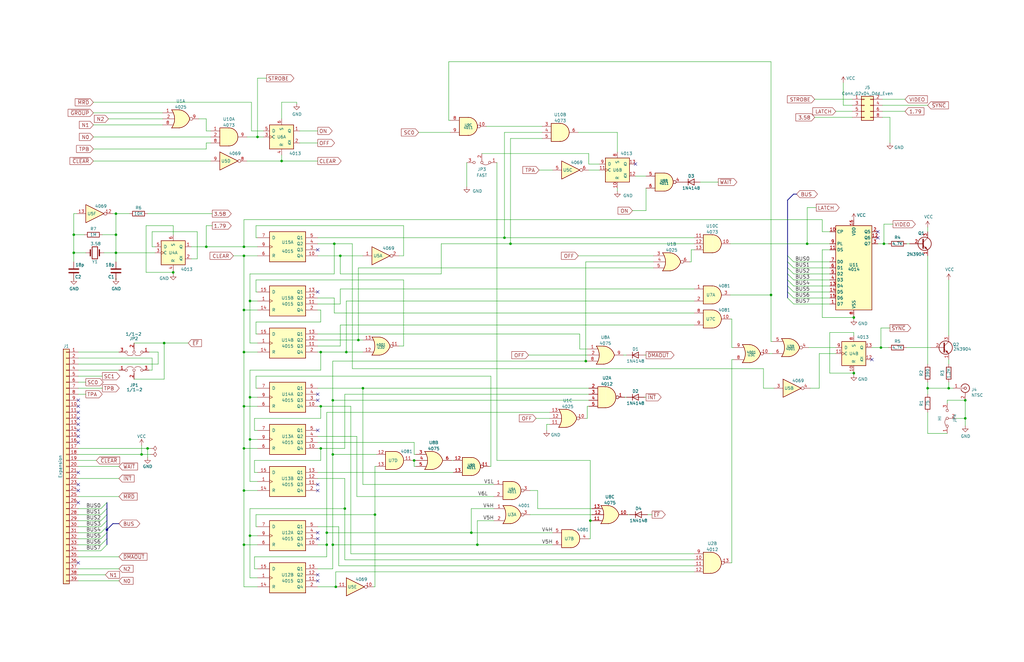
<source format=kicad_sch>
(kicad_sch (version 20211123) (generator eeschema)
  (paper "USLedger")
  (title_block (title "1802/Mini") (rev "F"))
  (lib_symbols
    (symbol "1802-Mini-Video-9918-rescue:CONN_01X01-TMS9929_RGB_Adapter-rescue-TMS9929_RGB_Adapter-rescue" (pin_names (offset 1.016) hide)
      (property "Reference" "P" (at 0 2.54 0))
      (property "Value" "CONN_01X01-TMS9929_RGB_Adapter-rescue-TMS9929_RGB_Adapter-rescue" (at 2.54 0 90))
      (symbol "CONN_01X01-TMS9929_RGB_Adapter-rescue-TMS9929_RGB_Adapter-rescue_1_1"
        (pin passive line (at -5.08 0 0) (length 3.81) (name "P1") (number "1"))
      )
    )
    (symbol "1802-mini:4014"
      (property "Reference" "U" (at -5.08 19.05 0))
      (property "Value" "4014" (at 3.81 19.05 0))
      (symbol "4014_1_1"
        (pin input line (at -10.16 -15.24 0) (length 2.54) (name "D7") (number "1"))
        (pin input line (at -10.16 15.24 0) (length 2.54) (name "CP") (number "10"))
        (pin input line (at -10.16 7.62 0) (length 2.54) (name "DS") (number "11"))
        (pin output line (at 10.16 12.7 180) (length 2.54) (name "Q6") (number "12"))
        (pin input line (at -10.16 -7.62 0) (length 2.54) (name "D4") (number "13"))
        (pin input line (at -10.16 -10.16 0) (length 2.54) (name "D5") (number "14"))
        (pin input line (at -10.16 -12.7 0) (length 2.54) (name "D6") (number "15"))
        (pin power_in line (at 0 20.32 270) (length 2.54) (name "VDD") (number "16"))
        (pin output line (at 10.16 15.24 180) (length 2.54) (name "Q5") (number "2"))
        (pin output line (at 10.16 10.16 180) (length 2.54) (name "Q7") (number "3"))
        (pin input line (at -10.16 -5.08 0) (length 2.54) (name "D3") (number "4"))
        (pin input line (at -10.16 -2.54 0) (length 2.54) (name "D2") (number "5"))
        (pin input line (at -10.16 0 0) (length 2.54) (name "D1") (number "6"))
        (pin input line (at -10.16 2.54 0) (length 2.54) (name "D0") (number "7"))
        (pin power_in line (at 0 -20.32 90) (length 2.54) (name "VSS") (number "8"))
        (pin input line (at -10.16 10.16 0) (length 2.54) (name "PL") (number "9"))
      )
    )
    (symbol "1802-mini:4015" (pin_names (offset 1.016))
      (property "Reference" "U" (at 0 0 0))
      (property "Value" "4015" (at 0 -2.54 0))
      (symbol "4015_1_0"
        (pin output line (at 12.7 -5.08 180) (length 5.08) (name "Q4") (number "10"))
        (pin output line (at 12.7 -2.54 180) (length 5.08) (name "Q3") (number "3"))
        (pin output line (at 12.7 0 180) (length 5.08) (name "Q2") (number "4"))
        (pin output line (at 12.7 2.54 180) (length 5.08) (name "Q1") (number "5"))
        (pin input line (at -12.7 -5.08 0) (length 5.08) (name "R") (number "6"))
        (pin input line (at -12.7 2.54 0) (length 5.08) (name "D") (number "7"))
        (pin input clock (at -12.7 -1.27 0) (length 5.08) (name "") (number "9"))
      )
      (symbol "4015_2_0"
        (pin input clock (at -12.7 -1.27 0) (length 5.08) (name "") (number "1"))
        (pin output line (at 12.7 -2.54 180) (length 5.08) (name "Q3") (number "11"))
        (pin output line (at 12.7 0 180) (length 5.08) (name "Q2") (number "12"))
        (pin output line (at 12.7 2.54 180) (length 5.08) (name "Q1") (number "13"))
        (pin input line (at -12.7 2.54 0) (length 5.08) (name "D") (number "15"))
        (pin output line (at 12.7 -5.08 180) (length 5.08) (name "Q4") (number "2"))
        (pin input line (at -12.7 -5.08 0) (length 5.08) (name "R") (number "6"))
      )
      (symbol "4015_3_0"
        (pin power_in line (at 0 12.7 270) (length 5.08) (name "VDD") (number "16"))
        (pin power_in line (at 0 -12.7 90) (length 5.08) (name "VSS") (number "8"))
      )
    )
    (symbol "1802-mini:Jumper_3_Bridged12" (pin_names (offset 0) hide)
      (property "Reference" "JP" (at -2.54 -2.54 0))
      (property "Value" "Jumper_3_Bridged12" (at 0 2.794 0))
      (symbol "Jumper_3_Bridged12_1_1"
        (pin passive line (at -6.35 0 0) (length 2.54) (name "A") (number "1"))
        (pin passive line (at 0 -3.81 90) (length 2.54) (name "C") (number "2"))
        (pin passive line (at 6.35 0 180) (length 2.54) (name "B") (number "3"))
      )
    )
    (symbol "1802-mini:Jumper_3_Open" (pin_names (offset 0) hide)
      (property "Reference" "JP" (at -2.54 -2.54 0))
      (property "Value" "Jumper_3_Open" (at 0 2.794 0))
      (symbol "Jumper_3_Open_1_1"
        (pin passive line (at -6.35 0 0) (length 2.54) (name "A") (number "1"))
        (pin passive line (at 0 -3.81 90) (length 2.54) (name "C") (number "2"))
        (pin passive line (at 6.35 0 180) (length 2.54) (name "B") (number "3"))
      )
    )
    (symbol "4015_1" (pin_names (offset 1.016))
      (property "Reference" "U" (at 0 0 0))
      (property "Value" "4015_1" (at 0 -2.54 0))
      (symbol "4015_1_1_0"
        (pin output line (at 12.7 -5.08 180) (length 5.08) (name "Q4") (number "10"))
        (pin output line (at 12.7 -2.54 180) (length 5.08) (name "Q3") (number "3"))
        (pin output line (at 12.7 0 180) (length 5.08) (name "Q2") (number "4"))
        (pin output line (at 12.7 2.54 180) (length 5.08) (name "Q1") (number "5"))
        (pin input line (at -12.7 -5.08 0) (length 5.08) (name "R") (number "6"))
        (pin input line (at -12.7 2.54 0) (length 5.08) (name "D") (number "7"))
        (pin input clock (at -12.7 -1.27 0) (length 5.08) (name "") (number "9"))
      )
      (symbol "4015_1_2_0"
        (pin input clock (at -12.7 -1.27 0) (length 5.08) (name "") (number "1"))
        (pin output line (at 12.7 -2.54 180) (length 5.08) (name "Q3") (number "11"))
        (pin output line (at 12.7 0 180) (length 5.08) (name "Q2") (number "12"))
        (pin output line (at 12.7 2.54 180) (length 5.08) (name "Q1") (number "13"))
        (pin input line (at -12.7 2.54 0) (length 5.08) (name "D") (number "15"))
        (pin output line (at 12.7 -5.08 180) (length 5.08) (name "Q4") (number "2"))
        (pin input line (at -12.7 -5.08 0) (length 5.08) (name "R") (number "6"))
      )
      (symbol "4015_1_3_0"
        (pin power_in line (at 0 12.7 270) (length 5.08) (name "VDD") (number "16"))
        (pin power_in line (at 0 -12.7 90) (length 5.08) (name "VSS") (number "8"))
      )
    )
    (symbol "4015_2" (pin_names (offset 1.016))
      (property "Reference" "U" (at 0 0 0))
      (property "Value" "4015_2" (at 0 -2.54 0))
      (symbol "4015_2_1_0"
        (pin output line (at 12.7 -5.08 180) (length 5.08) (name "Q4") (number "10"))
        (pin output line (at 12.7 -2.54 180) (length 5.08) (name "Q3") (number "3"))
        (pin output line (at 12.7 0 180) (length 5.08) (name "Q2") (number "4"))
        (pin output line (at 12.7 2.54 180) (length 5.08) (name "Q1") (number "5"))
        (pin input line (at -12.7 -5.08 0) (length 5.08) (name "R") (number "6"))
        (pin input line (at -12.7 2.54 0) (length 5.08) (name "D") (number "7"))
        (pin input clock (at -12.7 -1.27 0) (length 5.08) (name "") (number "9"))
      )
      (symbol "4015_2_2_0"
        (pin input clock (at -12.7 -1.27 0) (length 5.08) (name "") (number "1"))
        (pin output line (at 12.7 -2.54 180) (length 5.08) (name "Q3") (number "11"))
        (pin output line (at 12.7 0 180) (length 5.08) (name "Q2") (number "12"))
        (pin output line (at 12.7 2.54 180) (length 5.08) (name "Q1") (number "13"))
        (pin input line (at -12.7 -5.08 0) (length 5.08) (name "R") (number "14"))
        (pin input line (at -12.7 2.54 0) (length 5.08) (name "D") (number "15"))
        (pin output line (at 12.7 -5.08 180) (length 5.08) (name "Q4") (number "2"))
      )
      (symbol "4015_2_3_0"
        (pin power_in line (at 0 12.7 270) (length 5.08) (name "VDD") (number "16"))
        (pin power_in line (at 0 -12.7 90) (length 5.08) (name "VSS") (number "8"))
      )
    )
    (symbol "4015_3" (pin_names (offset 1.016))
      (property "Reference" "U" (at 0 0 0))
      (property "Value" "4015_3" (at 0 -2.54 0))
      (symbol "4015_3_1_0"
        (pin output line (at 12.7 -5.08 180) (length 5.08) (name "Q4") (number "10"))
        (pin output line (at 12.7 -2.54 180) (length 5.08) (name "Q3") (number "3"))
        (pin output line (at 12.7 0 180) (length 5.08) (name "Q2") (number "4"))
        (pin output line (at 12.7 2.54 180) (length 5.08) (name "Q1") (number "5"))
        (pin input line (at -12.7 -5.08 0) (length 5.08) (name "R") (number "6"))
        (pin input line (at -12.7 2.54 0) (length 5.08) (name "D") (number "7"))
        (pin input clock (at -12.7 -1.27 0) (length 5.08) (name "") (number "9"))
      )
      (symbol "4015_3_2_0"
        (pin input clock (at -12.7 -1.27 0) (length 5.08) (name "") (number "1"))
        (pin output line (at 12.7 -2.54 180) (length 5.08) (name "Q3") (number "11"))
        (pin output line (at 12.7 0 180) (length 5.08) (name "Q2") (number "12"))
        (pin output line (at 12.7 2.54 180) (length 5.08) (name "Q1") (number "13"))
        (pin input line (at -12.7 -5.08 0) (length 5.08) (name "R") (number "14"))
        (pin input line (at -12.7 2.54 0) (length 5.08) (name "D") (number "15"))
        (pin output line (at 12.7 -5.08 180) (length 5.08) (name "Q4") (number "2"))
      )
      (symbol "4015_3_3_0"
        (pin power_in line (at 0 12.7 270) (length 5.08) (name "VDD") (number "16"))
        (pin power_in line (at 0 -12.7 90) (length 5.08) (name "VSS") (number "8"))
      )
    )
    (symbol "4015_4" (pin_names (offset 1.016))
      (property "Reference" "U" (at 0 0 0))
      (property "Value" "4015_4" (at 0 -2.54 0))
      (symbol "4015_4_1_0"
        (pin output line (at 12.7 -5.08 180) (length 5.08) (name "Q4") (number "10"))
        (pin output line (at 12.7 -2.54 180) (length 5.08) (name "Q3") (number "3"))
        (pin output line (at 12.7 0 180) (length 5.08) (name "Q2") (number "4"))
        (pin output line (at 12.7 2.54 180) (length 5.08) (name "Q1") (number "5"))
        (pin input line (at -12.7 -5.08 0) (length 5.08) (name "R") (number "6"))
        (pin input line (at -12.7 2.54 0) (length 5.08) (name "D") (number "7"))
        (pin input clock (at -12.7 -1.27 0) (length 5.08) (name "") (number "9"))
      )
      (symbol "4015_4_2_0"
        (pin input clock (at -12.7 -1.27 0) (length 5.08) (name "") (number "1"))
        (pin output line (at 12.7 -2.54 180) (length 5.08) (name "Q3") (number "11"))
        (pin output line (at 12.7 0 180) (length 5.08) (name "Q2") (number "12"))
        (pin output line (at 12.7 2.54 180) (length 5.08) (name "Q1") (number "13"))
        (pin input line (at -12.7 -5.08 0) (length 5.08) (name "R") (number "14"))
        (pin input line (at -12.7 2.54 0) (length 5.08) (name "D") (number "15"))
        (pin output line (at 12.7 -5.08 180) (length 5.08) (name "Q4") (number "2"))
      )
      (symbol "4015_4_3_0"
        (pin power_in line (at 0 12.7 270) (length 5.08) (name "VDD") (number "16"))
        (pin power_in line (at 0 -12.7 90) (length 5.08) (name "VSS") (number "8"))
      )
    )
    (symbol "4015_5" (pin_names (offset 1.016))
      (property "Reference" "U" (at 0 0 0))
      (property "Value" "4015_5" (at 0 -2.54 0))
      (symbol "4015_5_1_0"
        (pin output line (at 12.7 -5.08 180) (length 5.08) (name "Q4") (number "10"))
        (pin output line (at 12.7 -2.54 180) (length 5.08) (name "Q3") (number "3"))
        (pin output line (at 12.7 0 180) (length 5.08) (name "Q2") (number "4"))
        (pin output line (at 12.7 2.54 180) (length 5.08) (name "Q1") (number "5"))
        (pin input line (at -12.7 -5.08 0) (length 5.08) (name "R") (number "6"))
        (pin input line (at -12.7 2.54 0) (length 5.08) (name "D") (number "7"))
        (pin input clock (at -12.7 -1.27 0) (length 5.08) (name "") (number "9"))
      )
      (symbol "4015_5_2_0"
        (pin input clock (at -12.7 -1.27 0) (length 5.08) (name "") (number "1"))
        (pin output line (at 12.7 -2.54 180) (length 5.08) (name "Q3") (number "11"))
        (pin output line (at 12.7 0 180) (length 5.08) (name "Q2") (number "12"))
        (pin output line (at 12.7 2.54 180) (length 5.08) (name "Q1") (number "13"))
        (pin input line (at -12.7 -5.08 0) (length 5.08) (name "R") (number "14"))
        (pin input line (at -12.7 2.54 0) (length 5.08) (name "D") (number "15"))
        (pin output line (at 12.7 -5.08 180) (length 5.08) (name "Q4") (number "2"))
      )
      (symbol "4015_5_3_0"
        (pin power_in line (at 0 12.7 270) (length 5.08) (name "VDD") (number "16"))
        (pin power_in line (at 0 -12.7 90) (length 5.08) (name "VSS") (number "8"))
      )
    )
    (symbol "4xxx:4001" (pin_names (offset 1.016))
      (property "Reference" "U" (at 0 1.27 0))
      (property "Value" "4001" (at 0 -1.27 0))
      (symbol "4001_1_1"
        (pin input line (at -7.62 2.54 0) (length 4.318) (name "~") (number "1"))
        (pin input line (at -7.62 -2.54 0) (length 4.318) (name "~") (number "2"))
        (pin output inverted (at 7.62 0 180) (length 3.81) (name "~") (number "3"))
      )
      (symbol "4001_1_2"
        (pin input inverted (at -7.62 2.54 0) (length 3.81) (name "~") (number "1"))
        (pin input inverted (at -7.62 -2.54 0) (length 3.81) (name "~") (number "2"))
        (pin output line (at 7.62 0 180) (length 3.81) (name "~") (number "3"))
      )
      (symbol "4001_2_1"
        (pin output inverted (at 7.62 0 180) (length 3.81) (name "~") (number "4"))
        (pin input line (at -7.62 2.54 0) (length 4.318) (name "~") (number "5"))
        (pin input line (at -7.62 -2.54 0) (length 4.318) (name "~") (number "6"))
      )
      (symbol "4001_2_2"
        (pin output line (at 7.62 0 180) (length 3.81) (name "~") (number "4"))
        (pin input inverted (at -7.62 2.54 0) (length 3.81) (name "~") (number "5"))
        (pin input inverted (at -7.62 -2.54 0) (length 3.81) (name "~") (number "6"))
      )
      (symbol "4001_3_1"
        (pin output inverted (at 7.62 0 180) (length 3.81) (name "~") (number "10"))
        (pin input line (at -7.62 2.54 0) (length 4.318) (name "~") (number "8"))
        (pin input line (at -7.62 -2.54 0) (length 4.318) (name "~") (number "9"))
      )
      (symbol "4001_3_2"
        (pin output line (at 7.62 0 180) (length 3.81) (name "~") (number "10"))
        (pin input inverted (at -7.62 2.54 0) (length 3.81) (name "~") (number "8"))
        (pin input inverted (at -7.62 -2.54 0) (length 3.81) (name "~") (number "9"))
      )
      (symbol "4001_4_1"
        (pin output inverted (at 7.62 0 180) (length 3.81) (name "~") (number "11"))
        (pin input line (at -7.62 2.54 0) (length 4.318) (name "~") (number "12"))
        (pin input line (at -7.62 -2.54 0) (length 4.318) (name "~") (number "13"))
      )
      (symbol "4001_4_2"
        (pin output line (at 7.62 0 180) (length 3.81) (name "~") (number "11"))
        (pin input inverted (at -7.62 2.54 0) (length 3.81) (name "~") (number "12"))
        (pin input inverted (at -7.62 -2.54 0) (length 3.81) (name "~") (number "13"))
      )
      (symbol "4001_5_0"
        (pin power_in line (at 0 12.7 270) (length 5.08) (name "VDD") (number "14"))
        (pin power_in line (at 0 -12.7 90) (length 5.08) (name "VSS") (number "7"))
      )
    )
    (symbol "4xxx:4011" (pin_names (offset 1.016))
      (property "Reference" "U" (at 0 1.27 0))
      (property "Value" "4011" (at 0 -1.27 0))
      (symbol "4011_1_1"
        (pin input line (at -7.62 2.54 0) (length 3.81) (name "~") (number "1"))
        (pin input line (at -7.62 -2.54 0) (length 3.81) (name "~") (number "2"))
        (pin output inverted (at 7.62 0 180) (length 3.81) (name "~") (number "3"))
      )
      (symbol "4011_1_2"
        (pin input inverted (at -7.62 2.54 0) (length 4.318) (name "~") (number "1"))
        (pin input inverted (at -7.62 -2.54 0) (length 4.318) (name "~") (number "2"))
        (pin output line (at 7.62 0 180) (length 3.81) (name "~") (number "3"))
      )
      (symbol "4011_2_1"
        (pin output inverted (at 7.62 0 180) (length 3.81) (name "~") (number "4"))
        (pin input line (at -7.62 2.54 0) (length 3.81) (name "~") (number "5"))
        (pin input line (at -7.62 -2.54 0) (length 3.81) (name "~") (number "6"))
      )
      (symbol "4011_2_2"
        (pin output line (at 7.62 0 180) (length 3.81) (name "~") (number "4"))
        (pin input inverted (at -7.62 2.54 0) (length 4.318) (name "~") (number "5"))
        (pin input inverted (at -7.62 -2.54 0) (length 4.318) (name "~") (number "6"))
      )
      (symbol "4011_3_1"
        (pin output inverted (at 7.62 0 180) (length 3.81) (name "~") (number "10"))
        (pin input line (at -7.62 2.54 0) (length 3.81) (name "~") (number "8"))
        (pin input line (at -7.62 -2.54 0) (length 3.81) (name "~") (number "9"))
      )
      (symbol "4011_3_2"
        (pin output line (at 7.62 0 180) (length 3.81) (name "~") (number "10"))
        (pin input inverted (at -7.62 2.54 0) (length 4.318) (name "~") (number "8"))
        (pin input inverted (at -7.62 -2.54 0) (length 4.318) (name "~") (number "9"))
      )
      (symbol "4011_4_1"
        (pin output inverted (at 7.62 0 180) (length 3.81) (name "~") (number "11"))
        (pin input line (at -7.62 2.54 0) (length 3.81) (name "~") (number "12"))
        (pin input line (at -7.62 -2.54 0) (length 3.81) (name "~") (number "13"))
      )
      (symbol "4011_4_2"
        (pin output line (at 7.62 0 180) (length 3.81) (name "~") (number "11"))
        (pin input inverted (at -7.62 2.54 0) (length 4.318) (name "~") (number "12"))
        (pin input inverted (at -7.62 -2.54 0) (length 4.318) (name "~") (number "13"))
      )
      (symbol "4011_5_0"
        (pin power_in line (at 0 12.7 270) (length 5.08) (name "VDD") (number "14"))
        (pin power_in line (at 0 -12.7 90) (length 5.08) (name "VSS") (number "7"))
      )
    )
    (symbol "4xxx:4012" (pin_names (offset 1.016))
      (property "Reference" "U" (at 0 1.27 0))
      (property "Value" "4012" (at 0 -1.27 0))
      (symbol "4012_1_1"
        (pin output inverted (at 7.62 0 180) (length 3.81) (name "~") (number "1"))
        (pin input line (at -7.62 3.81 0) (length 3.81) (name "~") (number "2"))
        (pin input line (at -7.62 1.27 0) (length 3.81) (name "~") (number "3"))
        (pin input line (at -7.62 -1.27 0) (length 3.81) (name "~") (number "4"))
        (pin input line (at -7.62 -3.81 0) (length 3.81) (name "~") (number "5"))
      )
      (symbol "4012_1_2"
        (pin output line (at 7.62 0 180) (length 3.81) (name "~") (number "1"))
        (pin input inverted (at -7.62 3.81 0) (length 3.81) (name "~") (number "2"))
        (pin input inverted (at -7.62 1.27 0) (length 4.826) (name "~") (number "3"))
        (pin input inverted (at -7.62 -1.27 0) (length 4.826) (name "~") (number "4"))
        (pin input inverted (at -7.62 -3.81 0) (length 3.81) (name "~") (number "5"))
      )
      (symbol "4012_2_1"
        (pin input line (at -7.62 1.27 0) (length 3.81) (name "~") (number "10"))
        (pin input line (at -7.62 -1.27 0) (length 3.81) (name "~") (number "11"))
        (pin input line (at -7.62 -3.81 0) (length 3.81) (name "~") (number "12"))
        (pin output inverted (at 7.62 0 180) (length 3.81) (name "~") (number "13"))
        (pin input line (at -7.62 3.81 0) (length 3.81) (name "~") (number "9"))
      )
      (symbol "4012_2_2"
        (pin input inverted (at -7.62 1.27 0) (length 4.826) (name "~") (number "10"))
        (pin input inverted (at -7.62 -1.27 0) (length 4.826) (name "~") (number "11"))
        (pin input inverted (at -7.62 -3.81 0) (length 3.81) (name "~") (number "12"))
        (pin output line (at 7.62 0 180) (length 3.81) (name "~") (number "13"))
        (pin input inverted (at -7.62 3.81 0) (length 3.81) (name "~") (number "9"))
      )
      (symbol "4012_3_0"
        (pin power_in line (at 0 12.7 270) (length 5.08) (name "VDD") (number "14"))
        (pin power_in line (at 0 -12.7 90) (length 5.08) (name "VSS") (number "7"))
      )
    )
    (symbol "4xxx:4013" (pin_names (offset 1.016))
      (property "Reference" "U" (at -7.62 8.89 0))
      (property "Value" "4013" (at -7.62 -8.89 0))
      (symbol "4013_1_1"
        (pin output line (at 7.62 2.54 180) (length 2.54) (name "Q") (number "1"))
        (pin output line (at 7.62 -2.54 180) (length 2.54) (name "~{Q}") (number "2"))
        (pin input clock (at -7.62 0 0) (length 2.54) (name "C") (number "3"))
        (pin input line (at 0 -7.62 90) (length 2.54) (name "R") (number "4"))
        (pin input line (at -7.62 2.54 0) (length 2.54) (name "D") (number "5"))
        (pin input line (at 0 7.62 270) (length 2.54) (name "S") (number "6"))
      )
      (symbol "4013_2_1"
        (pin input line (at 0 -7.62 90) (length 2.54) (name "R") (number "10"))
        (pin input clock (at -7.62 0 0) (length 2.54) (name "C") (number "11"))
        (pin output line (at 7.62 -2.54 180) (length 2.54) (name "~{Q}") (number "12"))
        (pin output line (at 7.62 2.54 180) (length 2.54) (name "Q") (number "13"))
        (pin input line (at 0 7.62 270) (length 2.54) (name "S") (number "8"))
        (pin input line (at -7.62 2.54 0) (length 2.54) (name "D") (number "9"))
      )
      (symbol "4013_3_0"
        (pin power_in line (at 0 10.16 270) (length 2.54) (name "VDD") (number "14"))
        (pin power_in line (at 0 -10.16 90) (length 2.54) (name "VSS") (number "7"))
      )
    )
    (symbol "4xxx:4025" (pin_names (offset 1.016))
      (property "Reference" "U" (at 0 1.27 0))
      (property "Value" "4025" (at 0 -1.27 0))
      (symbol "4025_1_1"
        (pin input line (at -7.62 2.54 0) (length 4.318) (name "~") (number "1"))
        (pin input line (at -7.62 0 0) (length 4.953) (name "~") (number "2"))
        (pin input line (at -7.62 -2.54 0) (length 4.318) (name "~") (number "8"))
        (pin output inverted (at 7.62 0 180) (length 3.81) (name "~") (number "9"))
      )
      (symbol "4025_1_2"
        (pin input inverted (at -7.62 2.54 0) (length 3.81) (name "~") (number "1"))
        (pin input inverted (at -7.62 0 0) (length 3.81) (name "~") (number "2"))
        (pin input inverted (at -7.62 -2.54 0) (length 3.81) (name "~") (number "8"))
        (pin output line (at 7.62 0 180) (length 3.81) (name "~") (number "9"))
      )
      (symbol "4025_2_1"
        (pin input line (at -7.62 2.54 0) (length 4.318) (name "~") (number "3"))
        (pin input line (at -7.62 0 0) (length 4.953) (name "~") (number "4"))
        (pin input line (at -7.62 -2.54 0) (length 4.318) (name "~") (number "5"))
        (pin output inverted (at 7.62 0 180) (length 3.81) (name "~") (number "6"))
      )
      (symbol "4025_2_2"
        (pin input inverted (at -7.62 2.54 0) (length 3.81) (name "~") (number "3"))
        (pin input inverted (at -7.62 0 0) (length 3.81) (name "~") (number "4"))
        (pin input inverted (at -7.62 -2.54 0) (length 3.81) (name "~") (number "5"))
        (pin output line (at 7.62 0 180) (length 3.81) (name "~") (number "6"))
      )
      (symbol "4025_3_1"
        (pin output inverted (at 7.62 0 180) (length 3.81) (name "~") (number "10"))
        (pin input line (at -7.62 2.54 0) (length 4.318) (name "~") (number "11"))
        (pin input line (at -7.62 0 0) (length 4.953) (name "~") (number "12"))
        (pin input line (at -7.62 -2.54 0) (length 4.318) (name "~") (number "13"))
      )
      (symbol "4025_3_2"
        (pin output line (at 7.62 0 180) (length 3.81) (name "~") (number "10"))
        (pin input inverted (at -7.62 2.54 0) (length 3.81) (name "~") (number "11"))
        (pin input inverted (at -7.62 0 0) (length 3.81) (name "~") (number "12"))
        (pin input inverted (at -7.62 -2.54 0) (length 3.81) (name "~") (number "13"))
      )
      (symbol "4025_4_0"
        (pin power_in line (at 0 12.7 270) (length 5.08) (name "VDD") (number "14"))
        (pin power_in line (at 0 -12.7 90) (length 5.08) (name "VSS") (number "7"))
      )
    )
    (symbol "4xxx:4069" (pin_names (offset 1.016))
      (property "Reference" "U" (at 0 1.27 0))
      (property "Value" "4069" (at 0 -1.27 0))
      (symbol "4069_1_0"
        (pin input line (at -7.62 0 0) (length 3.81) (name "~") (number "1"))
        (pin output inverted (at 7.62 0 180) (length 3.81) (name "~") (number "2"))
      )
      (symbol "4069_2_0"
        (pin input line (at -7.62 0 0) (length 3.81) (name "~") (number "3"))
        (pin output inverted (at 7.62 0 180) (length 3.81) (name "~") (number "4"))
      )
      (symbol "4069_3_0"
        (pin input line (at -7.62 0 0) (length 3.81) (name "~") (number "5"))
        (pin output inverted (at 7.62 0 180) (length 3.81) (name "~") (number "6"))
      )
      (symbol "4069_4_0"
        (pin output inverted (at 7.62 0 180) (length 3.81) (name "~") (number "8"))
        (pin input line (at -7.62 0 0) (length 3.81) (name "~") (number "9"))
      )
      (symbol "4069_5_0"
        (pin output inverted (at 7.62 0 180) (length 3.81) (name "~") (number "10"))
        (pin input line (at -7.62 0 0) (length 3.81) (name "~") (number "11"))
      )
      (symbol "4069_6_0"
        (pin output inverted (at 7.62 0 180) (length 3.81) (name "~") (number "12"))
        (pin input line (at -7.62 0 0) (length 3.81) (name "~") (number "13"))
      )
      (symbol "4069_7_0"
        (pin power_in line (at 0 12.7 270) (length 5.08) (name "VDD") (number "14"))
        (pin power_in line (at 0 -12.7 90) (length 5.08) (name "VSS") (number "7"))
      )
    )
    (symbol "4xxx:4073" (pin_names (offset 1.016))
      (property "Reference" "U" (at 0 1.27 0))
      (property "Value" "4073" (at 0 -1.27 0))
      (symbol "4073_1_1"
        (pin input line (at -7.62 2.54 0) (length 3.81) (name "~") (number "1"))
        (pin input line (at -7.62 0 0) (length 3.81) (name "~") (number "2"))
        (pin input line (at -7.62 -2.54 0) (length 3.81) (name "~") (number "8"))
        (pin output line (at 7.62 0 180) (length 3.81) (name "~") (number "9"))
      )
      (symbol "4073_1_2"
        (pin input inverted (at -7.62 2.54 0) (length 4.318) (name "~") (number "1"))
        (pin input inverted (at -7.62 0 0) (length 4.953) (name "~") (number "2"))
        (pin input inverted (at -7.62 -2.54 0) (length 4.318) (name "~") (number "8"))
        (pin output inverted (at 7.62 0 180) (length 3.81) (name "~") (number "9"))
      )
      (symbol "4073_2_1"
        (pin input line (at -7.62 2.54 0) (length 3.81) (name "~") (number "3"))
        (pin input line (at -7.62 0 0) (length 3.81) (name "~") (number "4"))
        (pin input line (at -7.62 -2.54 0) (length 3.81) (name "~") (number "5"))
        (pin output line (at 7.62 0 180) (length 3.81) (name "~") (number "6"))
      )
      (symbol "4073_2_2"
        (pin input inverted (at -7.62 2.54 0) (length 4.318) (name "~") (number "3"))
        (pin input inverted (at -7.62 0 0) (length 4.953) (name "~") (number "4"))
        (pin input inverted (at -7.62 -2.54 0) (length 4.318) (name "~") (number "5"))
        (pin output inverted (at 7.62 0 180) (length 3.81) (name "~") (number "6"))
      )
      (symbol "4073_3_1"
        (pin output line (at 7.62 0 180) (length 3.81) (name "~") (number "10"))
        (pin input line (at -7.62 2.54 0) (length 3.81) (name "~") (number "11"))
        (pin input line (at -7.62 0 0) (length 3.81) (name "~") (number "12"))
        (pin input line (at -7.62 -2.54 0) (length 3.81) (name "~") (number "13"))
      )
      (symbol "4073_3_2"
        (pin output inverted (at 7.62 0 180) (length 3.81) (name "~") (number "10"))
        (pin input inverted (at -7.62 2.54 0) (length 4.318) (name "~") (number "11"))
        (pin input inverted (at -7.62 0 0) (length 4.953) (name "~") (number "12"))
        (pin input inverted (at -7.62 -2.54 0) (length 4.318) (name "~") (number "13"))
      )
      (symbol "4073_4_0"
        (pin power_in line (at 0 12.7 270) (length 5.08) (name "VDD") (number "14"))
        (pin power_in line (at 0 -12.7 90) (length 5.08) (name "VSS") (number "7"))
      )
    )
    (symbol "4xxx:4075" (pin_names (offset 1.016))
      (property "Reference" "U" (at 0 1.27 0))
      (property "Value" "4075" (at 0 -1.27 0))
      (symbol "4075_1_1"
        (pin input line (at -7.62 2.54 0) (length 4.318) (name "~") (number "1"))
        (pin input line (at -7.62 0 0) (length 4.953) (name "~") (number "2"))
        (pin input line (at -7.62 -2.54 0) (length 4.318) (name "~") (number "8"))
        (pin output line (at 7.62 0 180) (length 3.81) (name "~") (number "9"))
      )
      (symbol "4075_1_2"
        (pin input inverted (at -7.62 2.54 0) (length 3.81) (name "~") (number "1"))
        (pin input inverted (at -7.62 0 0) (length 3.81) (name "~") (number "2"))
        (pin input inverted (at -7.62 -2.54 0) (length 3.81) (name "~") (number "8"))
        (pin output inverted (at 7.62 0 180) (length 3.81) (name "~") (number "9"))
      )
      (symbol "4075_2_1"
        (pin input line (at -7.62 2.54 0) (length 4.318) (name "~") (number "3"))
        (pin input line (at -7.62 0 0) (length 4.953) (name "~") (number "4"))
        (pin input line (at -7.62 -2.54 0) (length 4.318) (name "~") (number "5"))
        (pin output line (at 7.62 0 180) (length 3.81) (name "~") (number "6"))
      )
      (symbol "4075_2_2"
        (pin input inverted (at -7.62 2.54 0) (length 3.81) (name "~") (number "3"))
        (pin input inverted (at -7.62 0 0) (length 3.81) (name "~") (number "4"))
        (pin input inverted (at -7.62 -2.54 0) (length 3.81) (name "~") (number "5"))
        (pin output inverted (at 7.62 0 180) (length 3.81) (name "~") (number "6"))
      )
      (symbol "4075_3_1"
        (pin output line (at 7.62 0 180) (length 3.81) (name "~") (number "10"))
        (pin input line (at -7.62 2.54 0) (length 4.318) (name "~") (number "11"))
        (pin input line (at -7.62 0 0) (length 4.953) (name "~") (number "12"))
        (pin input line (at -7.62 -2.54 0) (length 4.318) (name "~") (number "13"))
      )
      (symbol "4075_3_2"
        (pin output inverted (at 7.62 0 180) (length 3.81) (name "~") (number "10"))
        (pin input inverted (at -7.62 2.54 0) (length 3.81) (name "~") (number "11"))
        (pin input inverted (at -7.62 0 0) (length 3.81) (name "~") (number "12"))
        (pin input inverted (at -7.62 -2.54 0) (length 3.81) (name "~") (number "13"))
      )
      (symbol "4075_4_0"
        (pin power_in line (at 0 12.7 270) (length 5.08) (name "VDD") (number "14"))
        (pin power_in line (at 0 -12.7 90) (length 5.08) (name "VSS") (number "7"))
      )
    )
    (symbol "4xxx:4081" (pin_names (offset 1.016))
      (property "Reference" "U" (at 0 1.27 0))
      (property "Value" "4081" (at 0 -1.27 0))
      (symbol "4081_1_1"
        (pin input line (at -7.62 2.54 0) (length 3.81) (name "~") (number "1"))
        (pin input line (at -7.62 -2.54 0) (length 3.81) (name "~") (number "2"))
        (pin output line (at 7.62 0 180) (length 3.81) (name "~") (number "3"))
      )
      (symbol "4081_1_2"
        (pin input inverted (at -7.62 2.54 0) (length 4.318) (name "~") (number "1"))
        (pin input inverted (at -7.62 -2.54 0) (length 4.318) (name "~") (number "2"))
        (pin output inverted (at 7.62 0 180) (length 3.81) (name "~") (number "3"))
      )
      (symbol "4081_2_1"
        (pin output line (at 7.62 0 180) (length 3.81) (name "~") (number "4"))
        (pin input line (at -7.62 2.54 0) (length 3.81) (name "~") (number "5"))
        (pin input line (at -7.62 -2.54 0) (length 3.81) (name "~") (number "6"))
      )
      (symbol "4081_2_2"
        (pin output inverted (at 7.62 0 180) (length 3.81) (name "~") (number "4"))
        (pin input inverted (at -7.62 2.54 0) (length 4.318) (name "~") (number "5"))
        (pin input inverted (at -7.62 -2.54 0) (length 4.318) (name "~") (number "6"))
      )
      (symbol "4081_3_1"
        (pin output line (at 7.62 0 180) (length 3.81) (name "~") (number "10"))
        (pin input line (at -7.62 2.54 0) (length 3.81) (name "~") (number "8"))
        (pin input line (at -7.62 -2.54 0) (length 3.81) (name "~") (number "9"))
      )
      (symbol "4081_3_2"
        (pin output inverted (at 7.62 0 180) (length 3.81) (name "~") (number "10"))
        (pin input inverted (at -7.62 2.54 0) (length 4.318) (name "~") (number "8"))
        (pin input inverted (at -7.62 -2.54 0) (length 4.318) (name "~") (number "9"))
      )
      (symbol "4081_4_1"
        (pin output line (at 7.62 0 180) (length 3.81) (name "~") (number "11"))
        (pin input line (at -7.62 2.54 0) (length 3.81) (name "~") (number "12"))
        (pin input line (at -7.62 -2.54 0) (length 3.81) (name "~") (number "13"))
      )
      (symbol "4081_4_2"
        (pin output inverted (at 7.62 0 180) (length 3.81) (name "~") (number "11"))
        (pin input inverted (at -7.62 2.54 0) (length 4.318) (name "~") (number "12"))
        (pin input inverted (at -7.62 -2.54 0) (length 4.318) (name "~") (number "13"))
      )
      (symbol "4081_5_0"
        (pin power_in line (at 0 12.7 270) (length 5.08) (name "VDD") (number "14"))
        (pin power_in line (at 0 -12.7 90) (length 5.08) (name "VSS") (number "7"))
      )
    )
    (symbol "Connector:Conn_Coaxial" (pin_names (offset 1.016) hide)
      (property "Reference" "J" (at 0.254 3.048 0))
      (property "Value" "Conn_Coaxial" (at 2.921 0 90))
      (symbol "Conn_Coaxial_1_1"
        (pin passive line (at -5.08 0 0) (length 2.54) (name "In") (number "1"))
        (pin passive line (at 0 -5.08 90) (length 2.54) (name "Ext") (number "2"))
      )
    )
    (symbol "Connector_Generic:Conn_01x20" (pin_names (offset 1.016) hide)
      (property "Reference" "J" (at 0 25.4 0))
      (property "Value" "Conn_01x20" (at 0 -27.94 0))
      (symbol "Conn_01x20_1_1"
        (pin passive line (at -5.08 22.86 0) (length 3.81) (name "Pin_1") (number "1"))
        (pin passive line (at -5.08 0 0) (length 3.81) (name "Pin_10") (number "10"))
        (pin passive line (at -5.08 -2.54 0) (length 3.81) (name "Pin_11") (number "11"))
        (pin passive line (at -5.08 -5.08 0) (length 3.81) (name "Pin_12") (number "12"))
        (pin passive line (at -5.08 -7.62 0) (length 3.81) (name "Pin_13") (number "13"))
        (pin passive line (at -5.08 -10.16 0) (length 3.81) (name "Pin_14") (number "14"))
        (pin passive line (at -5.08 -12.7 0) (length 3.81) (name "Pin_15") (number "15"))
        (pin passive line (at -5.08 -15.24 0) (length 3.81) (name "Pin_16") (number "16"))
        (pin passive line (at -5.08 -17.78 0) (length 3.81) (name "Pin_17") (number "17"))
        (pin passive line (at -5.08 -20.32 0) (length 3.81) (name "Pin_18") (number "18"))
        (pin passive line (at -5.08 -22.86 0) (length 3.81) (name "Pin_19") (number "19"))
        (pin passive line (at -5.08 20.32 0) (length 3.81) (name "Pin_2") (number "2"))
        (pin passive line (at -5.08 -25.4 0) (length 3.81) (name "Pin_20") (number "20"))
        (pin passive line (at -5.08 17.78 0) (length 3.81) (name "Pin_3") (number "3"))
        (pin passive line (at -5.08 15.24 0) (length 3.81) (name "Pin_4") (number "4"))
        (pin passive line (at -5.08 12.7 0) (length 3.81) (name "Pin_5") (number "5"))
        (pin passive line (at -5.08 10.16 0) (length 3.81) (name "Pin_6") (number "6"))
        (pin passive line (at -5.08 7.62 0) (length 3.81) (name "Pin_7") (number "7"))
        (pin passive line (at -5.08 5.08 0) (length 3.81) (name "Pin_8") (number "8"))
        (pin passive line (at -5.08 2.54 0) (length 3.81) (name "Pin_9") (number "9"))
      )
    )
    (symbol "Connector_Generic:Conn_01x39" (pin_names (offset 1.016) hide)
      (property "Reference" "J" (at 0 50.8 0))
      (property "Value" "Conn_01x39" (at 0 -50.8 0))
      (symbol "Conn_01x39_1_1"
        (pin passive line (at -5.08 48.26 0) (length 3.81) (name "Pin_1") (number "1"))
        (pin passive line (at -5.08 25.4 0) (length 3.81) (name "Pin_10") (number "10"))
        (pin passive line (at -5.08 22.86 0) (length 3.81) (name "Pin_11") (number "11"))
        (pin passive line (at -5.08 20.32 0) (length 3.81) (name "Pin_12") (number "12"))
        (pin passive line (at -5.08 17.78 0) (length 3.81) (name "Pin_13") (number "13"))
        (pin passive line (at -5.08 15.24 0) (length 3.81) (name "Pin_14") (number "14"))
        (pin passive line (at -5.08 12.7 0) (length 3.81) (name "Pin_15") (number "15"))
        (pin passive line (at -5.08 10.16 0) (length 3.81) (name "Pin_16") (number "16"))
        (pin passive line (at -5.08 7.62 0) (length 3.81) (name "Pin_17") (number "17"))
        (pin passive line (at -5.08 5.08 0) (length 3.81) (name "Pin_18") (number "18"))
        (pin passive line (at -5.08 2.54 0) (length 3.81) (name "Pin_19") (number "19"))
        (pin passive line (at -5.08 45.72 0) (length 3.81) (name "Pin_2") (number "2"))
        (pin passive line (at -5.08 0 0) (length 3.81) (name "Pin_20") (number "20"))
        (pin passive line (at -5.08 -2.54 0) (length 3.81) (name "Pin_21") (number "21"))
        (pin passive line (at -5.08 -5.08 0) (length 3.81) (name "Pin_22") (number "22"))
        (pin passive line (at -5.08 -7.62 0) (length 3.81) (name "Pin_23") (number "23"))
        (pin passive line (at -5.08 -10.16 0) (length 3.81) (name "Pin_24") (number "24"))
        (pin passive line (at -5.08 -12.7 0) (length 3.81) (name "Pin_25") (number "25"))
        (pin passive line (at -5.08 -15.24 0) (length 3.81) (name "Pin_26") (number "26"))
        (pin passive line (at -5.08 -17.78 0) (length 3.81) (name "Pin_27") (number "27"))
        (pin passive line (at -5.08 -20.32 0) (length 3.81) (name "Pin_28") (number "28"))
        (pin passive line (at -5.08 -22.86 0) (length 3.81) (name "Pin_29") (number "29"))
        (pin passive line (at -5.08 43.18 0) (length 3.81) (name "Pin_3") (number "3"))
        (pin passive line (at -5.08 -25.4 0) (length 3.81) (name "Pin_30") (number "30"))
        (pin passive line (at -5.08 -27.94 0) (length 3.81) (name "Pin_31") (number "31"))
        (pin passive line (at -5.08 -30.48 0) (length 3.81) (name "Pin_32") (number "32"))
        (pin passive line (at -5.08 -33.02 0) (length 3.81) (name "Pin_33") (number "33"))
        (pin passive line (at -5.08 -35.56 0) (length 3.81) (name "Pin_34") (number "34"))
        (pin passive line (at -5.08 -38.1 0) (length 3.81) (name "Pin_35") (number "35"))
        (pin passive line (at -5.08 -40.64 0) (length 3.81) (name "Pin_36") (number "36"))
        (pin passive line (at -5.08 -43.18 0) (length 3.81) (name "Pin_37") (number "37"))
        (pin passive line (at -5.08 -45.72 0) (length 3.81) (name "Pin_38") (number "38"))
        (pin passive line (at -5.08 -48.26 0) (length 3.81) (name "Pin_39") (number "39"))
        (pin passive line (at -5.08 40.64 0) (length 3.81) (name "Pin_4") (number "4"))
        (pin passive line (at -5.08 38.1 0) (length 3.81) (name "Pin_5") (number "5"))
        (pin passive line (at -5.08 35.56 0) (length 3.81) (name "Pin_6") (number "6"))
        (pin passive line (at -5.08 33.02 0) (length 3.81) (name "Pin_7") (number "7"))
        (pin passive line (at -5.08 30.48 0) (length 3.81) (name "Pin_8") (number "8"))
        (pin passive line (at -5.08 27.94 0) (length 3.81) (name "Pin_9") (number "9"))
      )
    )
    (symbol "Connector_Generic:Conn_02x04_Odd_Even" (pin_names (offset 1.016) hide)
      (property "Reference" "J" (at 1.27 5.08 0))
      (property "Value" "Conn_02x04_Odd_Even" (at 1.27 -7.62 0))
      (symbol "Conn_02x04_Odd_Even_1_1"
        (pin passive line (at -5.08 2.54 0) (length 3.81) (name "Pin_1") (number "1"))
        (pin passive line (at 7.62 2.54 180) (length 3.81) (name "Pin_2") (number "2"))
        (pin passive line (at -5.08 0 0) (length 3.81) (name "Pin_3") (number "3"))
        (pin passive line (at 7.62 0 180) (length 3.81) (name "Pin_4") (number "4"))
        (pin passive line (at -5.08 -2.54 0) (length 3.81) (name "Pin_5") (number "5"))
        (pin passive line (at 7.62 -2.54 180) (length 3.81) (name "Pin_6") (number "6"))
        (pin passive line (at -5.08 -5.08 0) (length 3.81) (name "Pin_7") (number "7"))
        (pin passive line (at 7.62 -5.08 180) (length 3.81) (name "Pin_8") (number "8"))
      )
    )
    (symbol "Connector_Generic:Conn_02x21_Odd_Even" (pin_names (offset 1.016) hide)
      (property "Reference" "J" (at 1.27 27.94 0))
      (property "Value" "Conn_02x21_Odd_Even" (at 1.27 -27.94 0))
      (symbol "Conn_02x21_Odd_Even_1_1"
        (pin passive line (at -5.08 25.4 0) (length 3.81) (name "Pin_1") (number "1"))
        (pin passive line (at 7.62 15.24 180) (length 3.81) (name "Pin_10") (number "10"))
        (pin passive line (at -5.08 12.7 0) (length 3.81) (name "Pin_11") (number "11"))
        (pin passive line (at 7.62 12.7 180) (length 3.81) (name "Pin_12") (number "12"))
        (pin passive line (at -5.08 10.16 0) (length 3.81) (name "Pin_13") (number "13"))
        (pin passive line (at 7.62 10.16 180) (length 3.81) (name "Pin_14") (number "14"))
        (pin passive line (at -5.08 7.62 0) (length 3.81) (name "Pin_15") (number "15"))
        (pin passive line (at 7.62 7.62 180) (length 3.81) (name "Pin_16") (number "16"))
        (pin passive line (at -5.08 5.08 0) (length 3.81) (name "Pin_17") (number "17"))
        (pin passive line (at 7.62 5.08 180) (length 3.81) (name "Pin_18") (number "18"))
        (pin passive line (at -5.08 2.54 0) (length 3.81) (name "Pin_19") (number "19"))
        (pin passive line (at 7.62 25.4 180) (length 3.81) (name "Pin_2") (number "2"))
        (pin passive line (at 7.62 2.54 180) (length 3.81) (name "Pin_20") (number "20"))
        (pin passive line (at -5.08 0 0) (length 3.81) (name "Pin_21") (number "21"))
        (pin passive line (at 7.62 0 180) (length 3.81) (name "Pin_22") (number "22"))
        (pin passive line (at -5.08 -2.54 0) (length 3.81) (name "Pin_23") (number "23"))
        (pin passive line (at 7.62 -2.54 180) (length 3.81) (name "Pin_24") (number "24"))
        (pin passive line (at -5.08 -5.08 0) (length 3.81) (name "Pin_25") (number "25"))
        (pin passive line (at 7.62 -5.08 180) (length 3.81) (name "Pin_26") (number "26"))
        (pin passive line (at -5.08 -7.62 0) (length 3.81) (name "Pin_27") (number "27"))
        (pin passive line (at 7.62 -7.62 180) (length 3.81) (name "Pin_28") (number "28"))
        (pin passive line (at -5.08 -10.16 0) (length 3.81) (name "Pin_29") (number "29"))
        (pin passive line (at -5.08 22.86 0) (length 3.81) (name "Pin_3") (number "3"))
        (pin passive line (at 7.62 -10.16 180) (length 3.81) (name "Pin_30") (number "30"))
        (pin passive line (at -5.08 -12.7 0) (length 3.81) (name "Pin_31") (number "31"))
        (pin passive line (at 7.62 -12.7 180) (length 3.81) (name "Pin_32") (number "32"))
        (pin passive line (at -5.08 -15.24 0) (length 3.81) (name "Pin_33") (number "33"))
        (pin passive line (at 7.62 -15.24 180) (length 3.81) (name "Pin_34") (number "34"))
        (pin passive line (at -5.08 -17.78 0) (length 3.81) (name "Pin_35") (number "35"))
        (pin passive line (at 7.62 -17.78 180) (length 3.81) (name "Pin_36") (number "36"))
        (pin passive line (at -5.08 -20.32 0) (length 3.81) (name "Pin_37") (number "37"))
        (pin passive line (at 7.62 -20.32 180) (length 3.81) (name "Pin_38") (number "38"))
        (pin passive line (at -5.08 -22.86 0) (length 3.81) (name "Pin_39") (number "39"))
        (pin passive line (at 7.62 22.86 180) (length 3.81) (name "Pin_4") (number "4"))
        (pin passive line (at 7.62 -22.86 180) (length 3.81) (name "Pin_40") (number "40"))
        (pin passive line (at -5.08 -25.4 0) (length 3.81) (name "Pin_41") (number "41"))
        (pin passive line (at 7.62 -25.4 180) (length 3.81) (name "Pin_42") (number "42"))
        (pin passive line (at -5.08 20.32 0) (length 3.81) (name "Pin_5") (number "5"))
        (pin passive line (at 7.62 20.32 180) (length 3.81) (name "Pin_6") (number "6"))
        (pin passive line (at -5.08 17.78 0) (length 3.81) (name "Pin_7") (number "7"))
        (pin passive line (at 7.62 17.78 180) (length 3.81) (name "Pin_8") (number "8"))
        (pin passive line (at -5.08 15.24 0) (length 3.81) (name "Pin_9") (number "9"))
      )
    )
    (symbol "Device:C" (pin_numbers hide) (pin_names (offset 0.254))
      (property "Reference" "C" (at 0.635 2.54 0))
      (property "Value" "C" (at 0.635 -2.54 0))
      (symbol "C_1_1"
        (pin passive line (at 0 3.81 270) (length 2.794) (name "~") (number "1"))
        (pin passive line (at 0 -3.81 90) (length 2.794) (name "~") (number "2"))
      )
    )
    (symbol "Device:Crystal" (pin_numbers hide) (pin_names (offset 1.016) hide)
      (property "Reference" "Y" (at 0 3.81 0))
      (property "Value" "Crystal" (at 0 -3.81 0))
      (symbol "Crystal_1_1"
        (pin passive line (at -3.81 0 0) (length 1.27) (name "1") (number "1"))
        (pin passive line (at 3.81 0 180) (length 1.27) (name "2") (number "2"))
      )
    )
    (symbol "Device:R" (pin_numbers hide) (pin_names (offset 0))
      (property "Reference" "R" (at 2.032 0 90))
      (property "Value" "R" (at 0 0 90))
      (symbol "R_1_1"
        (pin passive line (at 0 3.81 270) (length 1.27) (name "~") (number "1"))
        (pin passive line (at 0 -3.81 90) (length 1.27) (name "~") (number "2"))
      )
    )
    (symbol "Diode:1N4148" (pin_numbers hide) (pin_names hide)
      (property "Reference" "D" (at 0 2.54 0))
      (property "Value" "1N4148" (at 0 -2.54 0))
      (symbol "1N4148_1_1"
        (pin passive line (at -3.81 0 0) (length 2.54) (name "K") (number "1"))
        (pin passive line (at 3.81 0 180) (length 2.54) (name "A") (number "2"))
      )
    )
    (symbol "Jumper:Jumper_3_Bridged12" (pin_names (offset 0) hide)
      (property "Reference" "JP" (at -2.54 -2.54 0))
      (property "Value" "Jumper_3_Bridged12" (at 0 2.794 0))
      (symbol "Jumper_3_Bridged12_1_1"
        (pin passive line (at -6.35 0 0) (length 2.54) (name "A") (number "1"))
        (pin passive line (at 0 -3.81 90) (length 2.54) (name "C") (number "2"))
        (pin passive line (at 6.35 0 180) (length 2.54) (name "B") (number "3"))
      )
    )
    (symbol "Transistor_BJT:2N3904" (pin_names (offset 0) hide)
      (property "Reference" "Q" (at 5.08 1.905 0))
      (property "Value" "2N3904" (at 5.08 0 0))
      (symbol "2N3904_1_1"
        (pin passive line (at 2.54 -5.08 90) (length 2.54) (name "E") (number "1"))
        (pin passive line (at -5.08 0 0) (length 5.715) (name "B") (number "2"))
        (pin passive line (at 2.54 5.08 270) (length 2.54) (name "C") (number "3"))
      )
    )
    (symbol "power:GND" (power) (pin_names (offset 0))
      (property "Value" "GND" (at 0 -3.81 0))
      (symbol "GND_1_1"
        (pin power_in line (at 0 0 270) (length 0) hide (name "GND") (number "1"))
      )
    )
    (symbol "power:PWR_FLAG" (power) (pin_numbers hide) (pin_names (offset 0) hide)
      (property "Value" "PWR_FLAG" (at 0 3.81 0))
      (symbol "PWR_FLAG_0_0"
        (pin power_out line (at 0 0 90) (length 0) (name "pwr") (number "1"))
      )
    )
    (symbol "power:VCC" (power) (pin_names (offset 0))
      (property "Value" "VCC" (at 0 3.81 0))
      (symbol "VCC_1_1"
        (pin power_in line (at 0 0 90) (length 0) hide (name "VCC") (number "1"))
      )
    )
  )
  (junction (at 372.745 -14.605))
  (junction (at 42.545 -48.26))
  (junction (at 31.115 99.06))
  (junction (at 372.745 -17.145))
  (junction (at 174.625 194.31))
  (junction (at 372.745 -50.165))
  (junction (at 372.745 -29.845))
  (junction (at 400.05 163.83))
  (junction (at 372.745 -55.245))
  (junction (at 45.085 223.52))
  (junction (at 105.41 185.42))
  (junction (at 192.405 -48.26))
  (junction (at 120.015 -22.86))
  (junction (at 118.745 67.945))
  (junction (at 160.02 -22.86))
  (junction (at 73.025 114.935))
  (junction (at 186.055 -48.26))
  (junction (at 69.215 144.78))
  (junction (at 146.685 -22.86))
  (junction (at 93.345 -48.26))
  (junction (at 360.045 157.48))
  (junction (at 106.68 -48.26))
  (junction (at 102.87 104.14))
  (junction (at 372.745 -60.325))
  (junction (at 102.87 130.81))
  (junction (at 247.015 152.4))
  (junction (at 371.475 146.685))
  (junction (at 133.35 -48.26))
  (junction (at 48.895 106.68))
  (junction (at 67.31 -22.86))
  (junction (at 105.41 226.06))
  (junction (at 372.745 -52.705))
  (junction (at 54.61 -48.26))
  (junction (at 102.87 207.01))
  (junction (at 372.745 -37.465))
  (junction (at 102.87 171.45))
  (junction (at 105.41 127))
  (junction (at 372.745 -27.305))
  (junction (at 360.045 133.985))
  (junction (at 372.745 -40.005))
  (junction (at 102.87 107.95))
  (junction (at 135.255 171.45))
  (junction (at 372.745 -24.765))
  (junction (at 108.585 57.785))
  (junction (at 105.41 167.64))
  (junction (at 248.92 -22.86))
  (junction (at 372.745 -45.085))
  (junction (at 407.035 176.53))
  (junction (at 93.345 -22.86))
  (junction (at 372.745 102.87))
  (junction (at 67.31 -48.26))
  (junction (at 267.97 -48.26))
  (junction (at 372.745 -47.625))
  (junction (at 62.23 189.23))
  (junction (at 42.545 -22.86))
  (junction (at 186.055 -22.86))
  (junction (at 259.08 -48.26))
  (junction (at 407.035 168.91))
  (junction (at 372.745 -42.545))
  (junction (at 146.05 148.59))
  (junction (at 135.255 148.59))
  (junction (at 146.685 -48.26))
  (junction (at 372.745 -12.065))
  (junction (at 140.335 191.77))
  (junction (at 151.13 143.51))
  (junction (at 137.795 229.87))
  (junction (at 201.295 229.87))
  (junction (at 198.755 224.79))
  (junction (at 140.335 229.87))
  (junction (at 102.87 229.87))
  (junction (at 212.725 100.33))
  (junction (at 80.01 -48.26))
  (junction (at 140.335 168.91))
  (junction (at 106.68 -22.86))
  (junction (at 248.92 219.71))
  (junction (at 137.795 224.79))
  (junction (at 192.405 -22.86))
  (junction (at 80.01 -22.86))
  (junction (at 340.36 102.87))
  (junction (at 267.97 -22.86))
  (junction (at 133.35 -22.86))
  (junction (at 372.745 -19.685))
  (junction (at 153.035 163.83))
  (junction (at 54.61 -22.86))
  (junction (at 48.895 99.06))
  (junction (at 259.08 -22.86))
  (junction (at 391.16 163.83))
  (junction (at 158.115 217.17))
  (junction (at 372.745 -22.225))
  (junction (at 143.51 107.95))
  (junction (at 135.255 189.23))
  (junction (at 372.745 -57.785))
  (junction (at 120.015 -48.26))
  (junction (at 102.87 148.59))
  (junction (at 86.995 104.14))
  (junction (at 145.415 214.63))
  (junction (at 31.115 106.68))
  (junction (at 372.745 -32.385))
  (junction (at 248.92 -48.26))
  (junction (at 102.87 189.23))
  (junction (at 140.97 102.87))
  (junction (at 48.895 90.17))
  (junction (at 59.69 191.77))
  (junction (at 141.605 247.65))
  (junction (at 325.12 124.46))
  (junction (at 372.745 -34.925))
  (junction (at 173.355 -22.86))
  (junction (at 173.355 -48.26))
  (junction (at 160.02 -48.26))
  (junction (at 215.265 102.87))
  (no_connect (at 133.985 123.19))
  (no_connect (at 133.985 168.91))
  (no_connect (at 267.97 69.215))
  (no_connect (at 290.83 -34.925))
  (no_connect (at 33.02 186.69))
  (no_connect (at 33.02 184.15))
  (no_connect (at 133.985 166.37))
  (no_connect (at 133.985 204.47))
  (no_connect (at 33.02 181.61))
  (no_connect (at 33.02 207.01))
  (no_connect (at 133.985 242.57))
  (no_connect (at 33.02 179.07))
  (no_connect (at 367.665 151.765))
  (no_connect (at 133.985 181.61))
  (no_connect (at 133.985 227.33))
  (no_connect (at 304.8 -34.925))
  (no_connect (at 370.205 100.33))
  (no_connect (at 33.02 176.53))
  (no_connect (at 33.02 237.49))
  (no_connect (at 332.74 -34.925))
  (no_connect (at 33.02 199.39))
  (no_connect (at 33.02 173.99))
  (no_connect (at 370.205 97.79))
  (no_connect (at 318.77 -34.925))
  (no_connect (at 33.02 168.91))
  (no_connect (at 33.02 204.47))
  (no_connect (at 133.985 105.41))
  (no_connect (at 33.02 212.09))
  (no_connect (at 133.985 245.11))
  (no_connect (at 133.985 207.01))
  (no_connect (at 33.02 171.45))
  (no_connect (at 133.985 224.79))
  (bus_entry (at 334.645 120.65) (size -2.54 -2.54))
  (bus_entry (at 45.085 219.71) (size -2.54 2.54))
  (bus_entry (at 45.085 212.09) (size -2.54 2.54))
  (bus_entry (at 45.085 227.33) (size -2.54 2.54))
  (bus_entry (at 334.645 115.57) (size -2.54 -2.54))
  (bus_entry (at 334.645 128.27) (size -2.54 -2.54))
  (bus_entry (at 334.645 113.03) (size -2.54 -2.54))
  (bus_entry (at 334.645 123.19) (size -2.54 -2.54))
  (bus_entry (at 334.645 110.49) (size -2.54 -2.54))
  (bus_entry (at 45.085 224.79) (size -2.54 2.54))
  (bus_entry (at 45.085 214.63) (size -2.54 2.54))
  (bus_entry (at 45.085 229.87) (size -2.54 2.54))
  (bus_entry (at 334.645 118.11) (size -2.54 -2.54))
  (bus_entry (at 334.645 125.73) (size -2.54 -2.54))
  (bus_entry (at 45.085 217.17) (size -2.54 2.54))
  (bus_entry (at 45.085 222.25) (size -2.54 2.54))
  (wire (pts (xy 372.745 -60.325) (xy 372.745 -57.785)))
  (wire (pts (xy 387.35 -8.255) (xy 387.35 -9.525)))
  (wire (pts (xy 50.165 196.85) (xy 33.02 196.85)))
  (wire (pts (xy 86.995 60.325) (xy 88.9 60.325)))
  (wire (pts (xy 140.335 191.77) (xy 140.335 168.91)))
  (wire (pts (xy 140.97 125.73) (xy 140.97 132.08)))
  (wire (pts (xy 392.43 -14.605) (xy 387.35 -14.605)))
  (wire (pts (xy 106.045 43.18) (xy 106.045 55.245)))
  (wire (pts (xy 340.36 102.87) (xy 349.885 102.87)))
  (wire (pts (xy 133.35 -51.435) (xy 133.35 -48.26)))
  (wire (pts (xy 33.02 151.13) (xy 64.135 151.13)))
  (wire (pts (xy 259.08 -31.115) (xy 259.08 -22.86)))
  (wire (pts (xy 105.41 144.78) (xy 105.41 127)))
  (wire (pts (xy 93.345 -48.26) (xy 106.68 -48.26)))
  (bus (pts (xy 332.105 107.95) (xy 332.105 110.49)))
  (wire (pts (xy 392.43 -27.305) (xy 387.35 -27.305)))
  (wire (pts (xy 375.285 60.325) (xy 375.285 49.53)))
  (wire (pts (xy 118.745 67.945) (xy 133.985 67.945)))
  (wire (pts (xy 73.025 114.935) (xy 73.025 115.57)))
  (wire (pts (xy 48.895 90.17) (xy 54.61 90.17)))
  (wire (pts (xy 83.82 50.165) (xy 86.995 50.165)))
  (wire (pts (xy 126.365 60.325) (xy 133.985 60.325)))
  (wire (pts (xy 248.285 71.755) (xy 252.73 71.755)))
  (wire (pts (xy 133.985 163.83) (xy 153.035 163.83)))
  (wire (pts (xy 160.02 -22.86) (xy 173.355 -22.86)))
  (wire (pts (xy 392.43 -45.085) (xy 387.35 -45.085)))
  (wire (pts (xy 133.985 184.15) (xy 150.495 184.15)))
  (wire (pts (xy 126.365 55.245) (xy 133.985 55.245)))
  (wire (pts (xy 239.395 -48.26) (xy 239.395 -38.735)))
  (wire (pts (xy 140.97 132.08) (xy 292.735 132.08)))
  (wire (pts (xy 147.955 233.68) (xy 292.735 233.68)))
  (wire (pts (xy 140.97 115.57) (xy 140.97 102.87)))
  (wire (pts (xy 61.595 114.935) (xy 73.025 114.935)))
  (wire (pts (xy 107.95 135.89) (xy 107.95 140.97)))
  (wire (pts (xy 248.92 -48.26) (xy 248.92 -38.735)))
  (wire (pts (xy 107.315 181.61) (xy 108.585 181.61)))
  (wire (pts (xy 105.41 156.21) (xy 135.255 156.21)))
  (wire (pts (xy 206.375 196.85) (xy 207.01 196.85)))
  (wire (pts (xy 42.545 -45.72) (xy 42.545 -48.26)))
  (wire (pts (xy 372.745 -34.925) (xy 372.745 -32.385)))
  (wire (pts (xy 54.61 -22.86) (xy 67.31 -22.86)))
  (wire (pts (xy 42.545 232.41) (xy 33.02 232.41)))
  (wire (pts (xy 133.35 -48.26) (xy 146.685 -48.26)))
  (wire (pts (xy 372.11 41.91) (xy 381.635 41.91)))
  (wire (pts (xy 267.97 74.295) (xy 272.415 74.295)))
  (wire (pts (xy 243.84 107.95) (xy 275.59 107.95)))
  (wire (pts (xy 125.095 43.18) (xy 125.095 43.815)))
  (wire (pts (xy 108.585 144.78) (xy 105.41 144.78)))
  (wire (pts (xy 349.885 140.335) (xy 349.885 157.48)))
  (wire (pts (xy 374.65 -9.525) (xy 372.745 -9.525)))
  (wire (pts (xy 151.13 113.03) (xy 275.59 113.03)))
  (wire (pts (xy 392.43 -50.165) (xy 387.35 -50.165)))
  (wire (pts (xy 133.985 128.27) (xy 143.51 128.27)))
  (wire (pts (xy 146.685 -48.26) (xy 160.02 -48.26)))
  (wire (pts (xy 372.745 -19.685) (xy 372.745 -17.145)))
  (bus (pts (xy 332.105 84.455) (xy 334.645 81.915)))
  (wire (pts (xy 346.71 92.71) (xy 102.87 92.71)))
  (wire (pts (xy 267.97 -31.115) (xy 267.97 -22.86)))
  (wire (pts (xy 186.055 -25.4) (xy 186.055 -22.86)))
  (wire (pts (xy 176.53 55.88) (xy 189.865 55.88)))
  (wire (pts (xy 226.695 207.01) (xy 226.695 214.63)))
  (wire (pts (xy 247.65 176.53) (xy 247.65 171.45)))
  (wire (pts (xy 372.745 94.615) (xy 376.555 94.615)))
  (wire (pts (xy 374.65 -57.785) (xy 372.745 -57.785)))
  (bus (pts (xy 45.085 227.33) (xy 45.085 229.87)))
  (wire (pts (xy 43.815 106.68) (xy 48.895 106.68)))
  (wire (pts (xy 50.165 156.21) (xy 33.02 156.21)))
  (wire (pts (xy 140.335 229.87) (xy 140.335 191.77)))
  (wire (pts (xy 135.255 135.89) (xy 107.95 135.89)))
  (wire (pts (xy 107.95 123.19) (xy 108.585 123.19)))
  (wire (pts (xy 222.885 149.86) (xy 247.65 149.86)))
  (wire (pts (xy 140.335 168.91) (xy 248.285 168.91)))
  (bus (pts (xy 332.105 113.03) (xy 332.105 115.57)))
  (wire (pts (xy 212.725 100.33) (xy 292.735 100.33)))
  (wire (pts (xy 248.92 194.31) (xy 209.55 194.31)))
  (wire (pts (xy 190.5 194.31) (xy 191.135 194.31)))
  (wire (pts (xy 143.51 121.92) (xy 292.735 121.92)))
  (wire (pts (xy 107.95 118.11) (xy 107.95 123.19)))
  (wire (pts (xy 372.11 44.45) (xy 391.16 44.45)))
  (wire (pts (xy 133.985 229.87) (xy 137.795 229.87)))
  (wire (pts (xy 33.02 161.29) (xy 36.195 161.29)))
  (wire (pts (xy 107.95 95.25) (xy 107.95 100.33)))
  (wire (pts (xy 62.23 189.23) (xy 33.02 189.23)))
  (wire (pts (xy 248.92 194.31) (xy 248.92 219.71)))
  (wire (pts (xy 201.295 229.87) (xy 233.045 229.87)))
  (wire (pts (xy 107.95 217.17) (xy 107.95 222.25)))
  (wire (pts (xy 50.165 245.11) (xy 33.02 245.11)))
  (wire (pts (xy 372.745 -52.705) (xy 372.745 -50.165)))
  (wire (pts (xy 64.135 156.21) (xy 62.865 156.21)))
  (wire (pts (xy 175.26 196.85) (xy 174.625 196.85)))
  (wire (pts (xy 148.59 102.87) (xy 148.59 155.575)))
  (wire (pts (xy 391.16 107.95) (xy 391.16 153.67)))
  (wire (pts (xy 248.92 219.71) (xy 249.555 219.71)))
  (wire (pts (xy 372.745 -60.325) (xy 362.585 -60.325)))
  (wire (pts (xy 143.51 128.27) (xy 143.51 121.92)))
  (wire (pts (xy 215.265 102.87) (xy 292.735 102.87)))
  (wire (pts (xy 345.44 163.83) (xy 341.63 163.83)))
  (bus (pts (xy 45.085 219.71) (xy 45.085 222.25)))
  (wire (pts (xy 277.495 -31.115) (xy 277.495 -22.86)))
  (wire (pts (xy 145.415 189.23) (xy 135.255 189.23)))
  (bus (pts (xy 47.625 220.98) (xy 50.165 220.98)))
  (wire (pts (xy 45.72 50.165) (xy 68.58 50.165)))
  (wire (pts (xy 143.51 137.16) (xy 143.51 146.05)))
  (wire (pts (xy 346.71 92.71) (xy 346.71 97.79)))
  (wire (pts (xy 360.045 141.605) (xy 360.045 140.335)))
  (wire (pts (xy 170.18 95.25) (xy 170.18 107.95)))
  (wire (pts (xy 308.61 237.49) (xy 307.975 237.49)))
  (wire (pts (xy 374.65 -47.625) (xy 372.745 -47.625)))
  (wire (pts (xy 153.035 204.47) (xy 208.28 204.47)))
  (wire (pts (xy 340.995 146.685) (xy 352.425 146.685)))
  (wire (pts (xy 334.645 115.57) (xy 349.885 115.57)))
  (wire (pts (xy 223.52 217.17) (xy 249.555 217.17)))
  (wire (pts (xy 141.605 247.65) (xy 141.605 241.3)))
  (wire (pts (xy 400.05 118.11) (xy 400.05 141.605)))
  (wire (pts (xy 308.61 146.685) (xy 308.61 134.62)))
  (wire (pts (xy 248.92 -22.86) (xy 248.92 -31.115)))
  (wire (pts (xy 345.44 149.225) (xy 345.44 163.83)))
  (wire (pts (xy 135.255 130.81) (xy 135.255 135.89)))
  (wire (pts (xy 153.035 107.95) (xy 143.51 107.95)))
  (wire (pts (xy 309.245 146.685) (xy 308.61 146.685)))
  (wire (pts (xy 392.43 -42.545) (xy 387.35 -42.545)))
  (wire (pts (xy 133.985 125.73) (xy 140.97 125.73)))
  (wire (pts (xy 325.12 124.46) (xy 325.12 144.145)))
  (wire (pts (xy 107.315 194.31) (xy 107.315 199.39)))
  (wire (pts (xy 271.78 149.86) (xy 272.415 149.86)))
  (wire (pts (xy 367.665 146.685) (xy 371.475 146.685)))
  (wire (pts (xy 107.95 100.33) (xy 108.585 100.33)))
  (wire (pts (xy 201.295 229.87) (xy 201.295 219.71)))
  (wire (pts (xy 145.415 166.37) (xy 145.415 189.23)))
  (wire (pts (xy 137.795 224.79) (xy 198.755 224.79)))
  (wire (pts (xy 133.985 247.65) (xy 141.605 247.65)))
  (wire (pts (xy 186.055 102.87) (xy 186.055 115.57)))
  (wire (pts (xy 39.37 67.945) (xy 88.9 67.945)))
  (wire (pts (xy 80.645 109.22) (xy 83.185 109.22)))
  (bus (pts (xy 332.105 110.49) (xy 332.105 113.03)))
  (bus (pts (xy 332.105 120.65) (xy 332.105 123.19)))
  (wire (pts (xy 192.405 -48.26) (xy 209.55 -48.26)))
  (wire (pts (xy 147.955 233.68) (xy 147.955 171.45)))
  (wire (pts (xy 212.725 100.33) (xy 212.725 55.88)))
  (wire (pts (xy 106.68 -22.86) (xy 120.015 -22.86)))
  (wire (pts (xy 62.23 193.04) (xy 62.23 189.23)))
  (bus (pts (xy 45.085 222.25) (xy 45.085 223.52)))
  (wire (pts (xy 392.43 -22.225) (xy 387.35 -22.225)))
  (wire (pts (xy 140.335 229.87) (xy 140.335 240.03)))
  (wire (pts (xy 308.61 151.765) (xy 309.245 151.765)))
  (wire (pts (xy 66.675 148.59) (xy 66.675 153.67)))
  (wire (pts (xy 383.54 102.87) (xy 382.27 102.87)))
  (wire (pts (xy 370.205 102.87) (xy 372.745 102.87)))
  (wire (pts (xy 168.275 146.05) (xy 170.18 146.05)))
  (wire (pts (xy 264.795 217.17) (xy 265.43 217.17)))
  (wire (pts (xy 372.745 -32.385) (xy 372.745 -29.845)))
  (wire (pts (xy 133.35 -22.86) (xy 133.35 -19.685)))
  (wire (pts (xy 374.65 -22.225) (xy 372.745 -22.225)))
  (wire (pts (xy 230.505 179.07) (xy 231.775 179.07)))
  (wire (pts (xy 44.45 242.57) (xy 33.02 242.57)))
  (wire (pts (xy 170.18 118.11) (xy 170.18 146.05)))
  (wire (pts (xy 372.745 -29.845) (xy 372.745 -27.305)))
  (wire (pts (xy 291.465 105.41) (xy 292.735 105.41)))
  (wire (pts (xy 59.69 187.96) (xy 59.69 191.77)))
  (bus (pts (xy 45.085 217.17) (xy 45.085 219.71)))
  (wire (pts (xy 192.405 -22.86) (xy 209.55 -22.86)))
  (wire (pts (xy 47.625 90.17) (xy 48.895 90.17)))
  (wire (pts (xy 142.875 222.25) (xy 142.875 238.76)))
  (wire (pts (xy 392.43 -24.765) (xy 387.35 -24.765)))
  (wire (pts (xy 111.125 55.245) (xy 106.045 55.245)))
  (wire (pts (xy 69.215 160.02) (xy 69.215 144.78)))
  (wire (pts (xy 145.415 214.63) (xy 145.415 201.93)))
  (wire (pts (xy 107.315 176.53) (xy 107.315 181.61)))
  (bus (pts (xy 45.085 214.63) (xy 45.085 217.17)))
  (wire (pts (xy 118.745 65.405) (xy 118.745 67.945)))
  (wire (pts (xy 64.135 151.13) (xy 64.135 156.21)))
  (wire (pts (xy 391.16 182.88) (xy 399.415 182.88)))
  (wire (pts (xy 372.745 -12.065) (xy 372.745 -9.525)))
  (wire (pts (xy 371.475 146.685) (xy 371.475 138.43)))
  (wire (pts (xy 102.87 148.59) (xy 102.87 171.45)))
  (wire (pts (xy 135.255 176.53) (xy 107.315 176.53)))
  (wire (pts (xy 105.41 115.57) (xy 105.41 127)))
  (wire (pts (xy 43.18 99.06) (xy 48.895 99.06)))
  (wire (pts (xy 137.795 173.99) (xy 231.775 173.99)))
  (wire (pts (xy 107.95 222.25) (xy 108.585 222.25)))
  (wire (pts (xy 400.05 163.83) (xy 391.16 163.83)))
  (wire (pts (xy 198.755 214.63) (xy 198.755 224.79)))
  (wire (pts (xy 48.895 90.17) (xy 48.895 99.06)))
  (wire (pts (xy 153.035 163.83) (xy 248.285 163.83)))
  (wire (pts (xy 186.055 115.57) (xy 143.51 115.57)))
  (wire (pts (xy 260.35 79.375) (xy 260.35 80.645)))
  (wire (pts (xy 143.51 137.16) (xy 292.735 137.16)))
  (wire (pts (xy 133.985 171.45) (xy 135.255 171.45)))
  (wire (pts (xy 248.285 166.37) (xy 145.415 166.37)))
  (wire (pts (xy 205.105 53.34) (xy 228.6 53.34)))
  (wire (pts (xy 48.895 99.06) (xy 48.895 106.68)))
  (wire (pts (xy 321.945 163.83) (xy 326.39 163.83)))
  (wire (pts (xy 372.11 46.99) (xy 381.635 46.99)))
  (wire (pts (xy 135.255 171.45) (xy 147.955 171.45)))
  (wire (pts (xy 83.185 109.22) (xy 83.185 97.79)))
  (wire (pts (xy 391.16 163.83) (xy 391.16 166.37)))
  (wire (pts (xy 374.65 -42.545) (xy 372.745 -42.545)))
  (wire (pts (xy 140.335 168.91) (xy 140.335 152.4)))
  (wire (pts (xy 372.745 -17.145) (xy 372.745 -14.605)))
  (wire (pts (xy 186.055 -48.26) (xy 192.405 -48.26)))
  (wire (pts (xy 198.755 214.63) (xy 208.28 214.63)))
  (wire (pts (xy 108.585 33.02) (xy 112.395 33.02)))
  (wire (pts (xy 360.045 140.335) (xy 349.885 140.335)))
  (wire (pts (xy 374.65 -40.005) (xy 372.745 -40.005)))
  (wire (pts (xy 272.415 79.375) (xy 272.415 88.9)))
  (wire (pts (xy 392.43 -40.005) (xy 387.35 -40.005)))
  (wire (pts (xy 31.115 110.49) (xy 31.115 106.68)))
  (wire (pts (xy 108.585 33.02) (xy 108.585 57.785)))
  (wire (pts (xy 66.675 153.67) (xy 33.02 153.67)))
  (wire (pts (xy 360.045 157.48) (xy 360.045 156.845)))
  (wire (pts (xy 42.545 219.71) (xy 33.02 219.71)))
  (wire (pts (xy 248.92 219.71) (xy 248.92 227.33)))
  (wire (pts (xy 107.315 240.03) (xy 108.585 240.03)))
  (wire (pts (xy 39.37 47.625) (xy 68.58 47.625)))
  (wire (pts (xy 105.41 167.64) (xy 105.41 156.21)))
  (wire (pts (xy 80.01 -22.86) (xy 93.345 -22.86)))
  (wire (pts (xy 392.43 -55.245) (xy 387.35 -55.245)))
  (wire (pts (xy 118.745 43.18) (xy 118.745 50.165)))
  (wire (pts (xy 360.045 134.62) (xy 360.045 133.985)))
  (wire (pts (xy 173.355 -48.26) (xy 186.055 -48.26)))
  (wire (pts (xy 239.395 -48.26) (xy 248.92 -48.26)))
  (wire (pts (xy 105.41 127) (xy 108.585 127)))
  (wire (pts (xy 201.295 219.71) (xy 208.28 219.71)))
  (wire (pts (xy 140.335 152.4) (xy 247.015 152.4)))
  (wire (pts (xy 391.16 161.29) (xy 391.16 163.83)))
  (wire (pts (xy 142.875 238.76) (xy 292.735 238.76)))
  (wire (pts (xy 334.645 120.65) (xy 349.885 120.65)))
  (wire (pts (xy 50.165 240.03) (xy 33.02 240.03)))
  (wire (pts (xy 120.015 -48.26) (xy 133.35 -48.26)))
  (wire (pts (xy 135.255 171.45) (xy 135.255 176.53)))
  (wire (pts (xy 137.795 229.87) (xy 137.795 234.95)))
  (wire (pts (xy 243.84 55.88) (xy 260.35 55.88)))
  (wire (pts (xy 189.23 26.035) (xy 189.23 50.8)))
  (wire (pts (xy 102.87 130.81) (xy 108.585 130.81)))
  (wire (pts (xy 334.645 123.19) (xy 349.885 123.19)))
  (wire (pts (xy 39.37 52.705) (xy 68.58 52.705)))
  (wire (pts (xy 33.02 166.37) (xy 36.195 166.37)))
  (bus (pts (xy 332.105 118.11) (xy 332.105 120.65)))
  (wire (pts (xy 102.87 104.14) (xy 108.585 104.14)))
  (wire (pts (xy 259.08 -22.86) (xy 267.97 -22.86)))
  (wire (pts (xy 102.87 207.01) (xy 102.87 229.87)))
  (wire (pts (xy 355.6 44.45) (xy 355.6 34.925)))
  (wire (pts (xy 275.59 110.49) (xy 247.015 110.49)))
  (wire (pts (xy 133.35 -22.86) (xy 146.685 -22.86)))
  (wire (pts (xy 307.975 102.87) (xy 340.36 102.87)))
  (wire (pts (xy 346.71 133.985) (xy 360.045 133.985)))
  (wire (pts (xy 59.69 191.77) (xy 33.02 191.77)))
  (wire (pts (xy 247.015 110.49) (xy 247.015 152.4)))
  (wire (pts (xy 137.795 224.79) (xy 137.795 173.99)))
  (wire (pts (xy 374.65 -37.465) (xy 372.745 -37.465)))
  (wire (pts (xy 107.95 158.75) (xy 107.95 163.83)))
  (wire (pts (xy 118.745 67.945) (xy 104.14 67.945)))
  (wire (pts (xy 73.025 95.25) (xy 61.595 95.25)))
  (wire (pts (xy 352.425 46.99) (xy 359.41 46.99)))
  (wire (pts (xy 374.65 -24.765) (xy 372.745 -24.765)))
  (wire (pts (xy 107.95 217.17) (xy 158.115 217.17)))
  (wire (pts (xy 80.01 -48.26) (xy 93.345 -48.26)))
  (wire (pts (xy 135.255 194.31) (xy 107.315 194.31)))
  (wire (pts (xy 403.225 176.53) (xy 407.035 176.53)))
  (bus (pts (xy 332.105 84.455) (xy 332.105 107.95)))
  (wire (pts (xy 42.545 222.25) (xy 33.02 222.25)))
  (wire (pts (xy 146.05 127) (xy 292.735 127)))
  (wire (pts (xy 63.5 191.77) (xy 59.69 191.77)))
  (wire (pts (xy 226.06 176.53) (xy 231.775 176.53)))
  (wire (pts (xy 39.37 43.18) (xy 106.045 43.18)))
  (wire (pts (xy 31.115 117.475) (xy 31.115 118.11)))
  (wire (pts (xy 273.05 217.17) (xy 274.955 217.17)))
  (wire (pts (xy 340.36 87.63) (xy 340.36 102.87)))
  (wire (pts (xy 207.01 196.85) (xy 207.01 158.75)))
  (wire (pts (xy 67.31 -48.26) (xy 80.01 -48.26)))
  (wire (pts (xy 105.41 203.2) (xy 108.585 203.2)))
  (wire (pts (xy 133.985 140.97) (xy 244.475 140.97)))
  (wire (pts (xy 133.985 222.25) (xy 142.875 222.25)))
  (wire (pts (xy 174.625 194.31) (xy 175.26 194.31)))
  (wire (pts (xy 382.27 146.685) (xy 392.43 146.685)))
  (wire (pts (xy 107.95 95.25) (xy 170.18 95.25)))
  (wire (pts (xy 228.6 55.88) (xy 212.725 55.88)))
  (wire (pts (xy 374.65 -19.685) (xy 372.745 -19.685)))
  (wire (pts (xy 31.115 90.17) (xy 32.385 90.17)))
  (wire (pts (xy 247.015 152.4) (xy 247.65 152.4)))
  (wire (pts (xy 105.41 185.42) (xy 108.585 185.42)))
  (wire (pts (xy 186.055 -45.72) (xy 186.055 -48.26)))
  (wire (pts (xy 33.02 209.55) (xy 50.165 209.55)))
  (wire (pts (xy 372.745 -50.165) (xy 372.745 -47.625)))
  (wire (pts (xy 392.43 -12.065) (xy 387.35 -12.065)))
  (wire (pts (xy 248.285 69.215) (xy 252.73 69.215)))
  (wire (pts (xy 174.625 194.31) (xy 174.625 196.85)))
  (wire (pts (xy 80.01 -45.72) (xy 80.01 -48.26)))
  (wire (pts (xy 102.87 189.23) (xy 102.87 207.01)))
  (wire (pts (xy 173.99 194.31) (xy 174.625 194.31)))
  (wire (pts (xy 372.745 102.87) (xy 372.745 94.615)))
  (wire (pts (xy 374.65 -27.305) (xy 372.745 -27.305)))
  (wire (pts (xy 106.68 -48.26) (xy 120.015 -48.26)))
  (wire (pts (xy 133.985 100.33) (xy 212.725 100.33)))
  (wire (pts (xy 105.41 214.63) (xy 105.41 226.06)))
  (wire (pts (xy 146.05 148.59) (xy 153.035 148.59)))
  (wire (pts (xy 151.13 143.51) (xy 153.035 143.51)))
  (wire (pts (xy 31.115 99.06) (xy 31.115 106.68)))
  (wire (pts (xy 133.985 186.69) (xy 174.625 186.69)))
  (wire (pts (xy 244.475 147.32) (xy 247.65 147.32)))
  (wire (pts (xy 33.02 158.75) (xy 43.18 158.75)))
  (wire (pts (xy 392.43 -19.685) (xy 387.35 -19.685)))
  (wire (pts (xy 259.08 -22.86) (xy 259.08 -19.685)))
  (wire (pts (xy 105.41 167.64) (xy 105.41 185.42)))
  (wire (pts (xy 267.97 -22.86) (xy 277.495 -22.86)))
  (wire (pts (xy 391.16 95.885) (xy 391.16 97.79)))
  (wire (pts (xy 374.65 -60.325) (xy 372.745 -60.325)))
  (wire (pts (xy 334.645 110.49) (xy 349.885 110.49)))
  (wire (pts (xy 33.02 163.83) (xy 43.18 163.83)))
  (wire (pts (xy 186.055 -22.86) (xy 192.405 -22.86)))
  (wire (pts (xy 158.115 217.17) (xy 158.115 196.85)))
  (wire (pts (xy 392.43 -47.625) (xy 387.35 -47.625)))
  (wire (pts (xy 42.545 -48.26) (xy 54.61 -48.26)))
  (wire (pts (xy 137.795 229.87) (xy 137.795 224.79)))
  (wire (pts (xy 407.035 179.705) (xy 407.035 176.53)))
  (wire (pts (xy 371.475 138.43) (xy 375.285 138.43)))
  (wire (pts (xy 198.755 224.79) (xy 233.045 224.79)))
  (wire (pts (xy 196.85 68.58) (xy 196.85 78.74)))
  (wire (pts (xy 174.625 186.69) (xy 174.625 191.77)))
  (bus (pts (xy 334.645 81.915) (xy 335.915 81.915)))
  (wire (pts (xy 260.35 55.88) (xy 260.35 64.135)))
  (wire (pts (xy 325.12 26.035) (xy 189.23 26.035)))
  (wire (pts (xy 374.65 -45.085) (xy 372.745 -45.085)))
  (wire (pts (xy 133.985 189.23) (xy 135.255 189.23)))
  (wire (pts (xy 244.475 140.97) (xy 244.475 147.32)))
  (wire (pts (xy 392.43 -37.465) (xy 387.35 -37.465)))
  (wire (pts (xy 133.985 199.39) (xy 191.135 199.39)))
  (wire (pts (xy 392.43 -57.785) (xy 387.35 -57.785)))
  (wire (pts (xy 334.645 125.73) (xy 349.885 125.73)))
  (wire (pts (xy 135.255 148.59) (xy 146.05 148.59)))
  (wire (pts (xy 248.92 -22.86) (xy 259.08 -22.86)))
  (bus (pts (xy 45.085 212.09) (xy 45.085 214.63)))
  (wire (pts (xy 42.545 -22.86) (xy 54.61 -22.86)))
  (wire (pts (xy 321.945 155.575) (xy 321.945 163.83)))
  (wire (pts (xy 108.585 57.785) (xy 111.125 57.785)))
  (wire (pts (xy 42.545 229.87) (xy 33.02 229.87)))
  (wire (pts (xy 73.025 99.06) (xy 73.025 95.25)))
  (wire (pts (xy 158.115 247.65) (xy 157.48 247.65)))
  (wire (pts (xy 107.95 163.83) (xy 108.585 163.83)))
  (wire (pts (xy 61.595 95.25) (xy 61.595 114.935)))
  (wire (pts (xy 263.525 167.64) (xy 264.16 167.64)))
  (wire (pts (xy 40.64 194.31) (xy 33.02 194.31)))
  (wire (pts (xy 146.685 -22.86) (xy 160.02 -22.86)))
  (wire (pts (xy 226.695 207.01) (xy 223.52 207.01)))
  (wire (pts (xy 133.985 143.51) (xy 151.13 143.51)))
  (wire (pts (xy 31.115 99.06) (xy 35.56 99.06)))
  (wire (pts (xy 392.43 -32.385) (xy 387.35 -32.385)))
  (wire (pts (xy 133.985 148.59) (xy 135.255 148.59)))
  (wire (pts (xy 108.585 167.64) (xy 105.41 167.64)))
  (wire (pts (xy 360.045 157.48) (xy 360.045 158.115)))
  (wire (pts (xy 140.97 102.87) (xy 148.59 102.87)))
  (wire (pts (xy 105.41 226.06) (xy 105.41 243.84)))
  (wire (pts (xy 151.13 143.51) (xy 151.13 113.03)))
  (wire (pts (xy 102.87 171.45) (xy 108.585 171.45)))
  (wire (pts (xy 399.415 168.91) (xy 407.035 168.91)))
  (wire (pts (xy 189.23 50.8) (xy 189.865 50.8)))
  (wire (pts (xy 267.97 -48.26) (xy 267.97 -38.735)))
  (wire (pts (xy 308.61 134.62) (xy 307.975 134.62)))
  (wire (pts (xy 247.015 176.53) (xy 247.65 176.53)))
  (wire (pts (xy 374.65 -55.245) (xy 372.745 -55.245)))
  (wire (pts (xy 143.51 146.05) (xy 133.985 146.05)))
  (wire (pts (xy 48.895 106.68) (xy 65.405 106.68)))
  (wire (pts (xy 143.51 107.95) (xy 143.51 115.57)))
  (wire (pts (xy 107.315 199.39) (xy 108.585 199.39)))
  (bus (pts (xy 45.085 223.52) (xy 45.085 224.79)))
  (wire (pts (xy 73.025 114.935) (xy 73.025 114.3)))
  (wire (pts (xy 158.115 196.85) (xy 158.75 196.85)))
  (wire (pts (xy 56.515 160.02) (xy 69.215 160.02)))
  (bus (pts (xy 45.085 224.79) (xy 45.085 227.33)))
  (wire (pts (xy 371.475 146.685) (xy 374.65 146.685)))
  (wire (pts (xy 133.985 201.93) (xy 145.415 201.93)))
  (wire (pts (xy 150.495 209.55) (xy 208.28 209.55)))
  (wire (pts (xy 324.485 149.225) (xy 325.755 149.225)))
  (wire (pts (xy 372.745 -27.305) (xy 372.745 -24.765)))
  (wire (pts (xy 346.71 97.79) (xy 349.885 97.79)))
  (wire (pts (xy 135.255 156.21) (xy 135.255 148.59)))
  (wire (pts (xy 262.89 149.86) (xy 264.16 149.86)))
  (wire (pts (xy 31.115 106.68) (xy 36.195 106.68)))
  (bus (pts (xy 332.105 123.19) (xy 332.105 125.73)))
  (wire (pts (xy 86.995 62.865) (xy 86.995 60.325)))
  (wire (pts (xy 153.035 163.83) (xy 153.035 204.47)))
  (wire (pts (xy 399.415 170.18) (xy 399.415 168.91)))
  (wire (pts (xy 105.41 185.42) (xy 105.41 203.2)))
  (wire (pts (xy 372.745 -22.225) (xy 372.745 -19.685)))
  (wire (pts (xy 30.48 -48.26) (xy 42.545 -48.26)))
  (wire (pts (xy 307.975 124.46) (xy 325.12 124.46)))
  (wire (pts (xy 135.255 189.23) (xy 135.255 194.31)))
  (wire (pts (xy 239.395 -22.86) (xy 248.92 -22.86)))
  (wire (pts (xy 102.87 247.65) (xy 108.585 247.65)))
  (wire (pts (xy 140.335 191.77) (xy 158.75 191.77)))
  (wire (pts (xy 107.95 118.11) (xy 170.18 118.11)))
  (wire (pts (xy 374.65 -29.845) (xy 372.745 -29.845)))
  (wire (pts (xy 343.535 49.53) (xy 359.41 49.53)))
  (wire (pts (xy 42.545 227.33) (xy 33.02 227.33)))
  (wire (pts (xy 67.31 -22.86) (xy 80.01 -22.86)))
  (wire (pts (xy 343.535 41.91) (xy 359.41 41.91)))
  (wire (pts (xy 259.08 -48.26) (xy 267.97 -48.26)))
  (wire (pts (xy 267.97 -48.26) (xy 277.495 -48.26)))
  (wire (pts (xy 145.415 214.63) (xy 105.41 214.63)))
  (wire (pts (xy 102.87 92.71) (xy 102.87 104.14)))
  (wire (pts (xy 108.585 148.59) (xy 102.87 148.59)))
  (wire (pts (xy 372.745 -47.625) (xy 372.745 -45.085)))
  (wire (pts (xy 64.135 97.79) (xy 83.185 97.79)))
  (wire (pts (xy 360.045 133.985) (xy 360.045 133.35)))
  (wire (pts (xy 372.745 -37.465) (xy 372.745 -34.925)))
  (wire (pts (xy 86.995 95.25) (xy 89.535 95.25)))
  (wire (pts (xy 133.985 240.03) (xy 140.335 240.03)))
  (wire (pts (xy 31.115 90.17) (xy 31.115 99.06)))
  (wire (pts (xy 334.645 118.11) (xy 349.885 118.11)))
  (wire (pts (xy 145.415 236.22) (xy 292.735 236.22)))
  (wire (pts (xy 102.87 130.81) (xy 102.87 107.95)))
  (wire (pts (xy 39.37 62.865) (xy 86.995 62.865)))
  (wire (pts (xy 108.585 226.06) (xy 105.41 226.06)))
  (wire (pts (xy 215.265 58.42) (xy 228.6 58.42)))
  (wire (pts (xy 42.545 217.17) (xy 33.02 217.17)))
  (wire (pts (xy 105.41 243.84) (xy 108.585 243.84)))
  (wire (pts (xy 372.745 -57.785) (xy 372.745 -55.245)))
  (wire (pts (xy 88.9 55.245) (xy 86.995 55.245)))
  (wire (pts (xy 291.465 105.41) (xy 291.465 110.49)))
  (wire (pts (xy 239.395 -22.86) (xy 239.395 -31.115)))
  (wire (pts (xy 64.135 104.14) (xy 65.405 104.14)))
  (wire (pts (xy 259.08 -48.26) (xy 259.08 -38.735)))
  (wire (pts (xy 148.59 155.575) (xy 321.945 155.575)))
  (wire (pts (xy 33.02 201.93) (xy 50.165 201.93)))
  (wire (pts (xy 392.43 -52.705) (xy 387.35 -52.705)))
  (wire (pts (xy 392.43 -29.845) (xy 387.35 -29.845)))
  (wire (pts (xy 30.48 -22.86) (xy 42.545 -22.86)))
  (wire (pts (xy 174.625 191.77) (xy 175.26 191.77)))
  (wire (pts (xy 374.65 -52.705) (xy 372.745 -52.705)))
  (wire (pts (xy 325.12 144.145) (xy 325.755 144.145)))
  (wire (pts (xy 42.545 224.79) (xy 33.02 224.79)))
  (wire (pts (xy 158.115 217.17) (xy 158.115 247.65)))
  (wire (pts (xy 215.265 102.87) (xy 215.265 58.42)))
  (wire (pts (xy 227.33 71.755) (xy 233.045 71.755)))
  (wire (pts (xy 209.55 194.31) (xy 209.55 68.58)))
  (wire (pts (xy 160.02 -48.26) (xy 173.355 -48.26)))
  (wire (pts (xy 407.035 176.53) (xy 407.035 168.91)))
  (wire (pts (xy 170.18 107.95) (xy 168.275 107.95)))
  (wire (pts (xy 346.71 105.41) (xy 346.71 133.985)))
  (wire (pts (xy 98.425 107.95) (xy 102.87 107.95)))
  (wire (pts (xy 80.645 104.14) (xy 86.995 104.14)))
  (wire (pts (xy 120.015 -22.86) (xy 133.35 -22.86)))
  (wire (pts (xy 146.05 127) (xy 146.05 148.59)))
  (bus (pts (xy 45.085 223.52) (xy 47.625 220.98)))
  (wire (pts (xy 325.12 124.46) (xy 325.12 26.035)))
  (wire (pts (xy 48.895 106.68) (xy 48.895 110.49)))
  (wire (pts (xy 374.65 -34.925) (xy 372.745 -34.925)))
  (wire (pts (xy 86.995 55.245) (xy 86.995 50.165)))
  (wire (pts (xy 334.645 128.27) (xy 349.885 128.27)))
  (wire (pts (xy 248.92 227.33) (xy 248.285 227.33)))
  (wire (pts (xy 401.955 163.83) (xy 400.05 163.83)))
  (wire (pts (xy 48.895 117.475) (xy 48.895 118.11)))
  (wire (pts (xy 295.275 76.835) (xy 302.895 76.835)))
  (wire (pts (xy 248.285 64.77) (xy 248.285 69.215)))
  (wire (pts (xy 392.43 -17.145) (xy 387.35 -17.145)))
  (wire (pts (xy 102.87 148.59) (xy 102.87 130.81)))
  (wire (pts (xy 54.61 -48.26) (xy 67.31 -48.26)))
  (wire (pts (xy 230.505 179.07) (xy 230.505 181.61)))
  (wire (pts (xy 50.165 148.59) (xy 33.02 148.59)))
  (wire (pts (xy 133.985 130.81) (xy 135.255 130.81)))
  (wire (pts (xy 392.43 -34.925) (xy 387.35 -34.925)))
  (wire (pts (xy 372.745 -24.765) (xy 372.745 -22.225)))
  (wire (pts (xy 266.7 88.9) (xy 272.415 88.9)))
  (wire (pts (xy 372.745 -45.085) (xy 372.745 -42.545)))
  (wire (pts (xy 248.92 -50.165) (xy 248.92 -48.26)))
  (wire (pts (xy 141.605 241.3) (xy 292.735 241.3)))
  (wire (pts (xy 102.87 189.23) (xy 108.585 189.23)))
  (wire (pts (xy 125.095 43.18) (xy 118.745 43.18)))
  (wire (pts (xy 226.695 214.63) (xy 249.555 214.63)))
  (wire (pts (xy 372.11 49.53) (xy 375.285 49.53)))
  (wire (pts (xy 145.415 236.22) (xy 145.415 214.63)))
  (wire (pts (xy 372.745 -14.605) (xy 372.745 -12.065)))
  (wire (pts (xy 352.425 149.225) (xy 345.44 149.225)))
  (wire (pts (xy 50.165 234.95) (xy 33.02 234.95)))
  (wire (pts (xy 133.985 102.87) (xy 140.97 102.87)))
  (wire (pts (xy 80.01 -25.4) (xy 80.01 -22.86)))
  (bus (pts (xy 332.105 115.57) (xy 332.105 118.11)))
  (wire (pts (xy 308.61 151.765) (xy 308.61 237.49)))
  (wire (pts (xy 140.335 229.87) (xy 201.295 229.87)))
  (wire (pts (xy 86.995 104.14) (xy 86.995 95.25)))
  (wire (pts (xy 334.645 113.03) (xy 349.885 113.03)))
  (wire (pts (xy 39.37 57.785) (xy 88.9 57.785)))
  (wire (pts (xy 374.65 -32.385) (xy 372.745 -32.385)))
  (wire (pts (xy 150.495 184.15) (xy 150.495 209.55)))
  (wire (pts (xy 392.43 -60.325) (xy 387.35 -60.325)))
  (wire (pts (xy 93.345 -22.86) (xy 106.68 -22.86)))
  (wire (pts (xy 248.92 -48.26) (xy 259.08 -48.26)))
  (wire (pts (xy 400.05 161.29) (xy 400.05 163.83)))
  (wire (pts (xy 340.36 87.63) (xy 344.17 87.63)))
  (wire (pts (xy 372.745 -55.245) (xy 372.745 -52.705)))
  (wire (pts (xy 203.2 64.77) (xy 248.285 64.77)))
  (wire (pts (xy 107.95 140.97) (xy 108.585 140.97)))
  (wire (pts (xy 372.745 102.87) (xy 374.65 102.87)))
  (wire (pts (xy 102.87 171.45) (xy 102.87 189.23)))
  (wire (pts (xy 374.65 -12.065) (xy 372.745 -12.065)))
  (wire (pts (xy 207.01 158.75) (xy 107.95 158.75)))
  (wire (pts (xy 102.87 229.87) (xy 102.87 247.65)))
  (wire (pts (xy 372.745 -40.005) (xy 372.745 -37.465)))
  (wire (pts (xy 42.545 214.63) (xy 33.02 214.63)))
  (wire (pts (xy 107.315 234.95) (xy 107.315 240.03)))
  (wire (pts (xy 324.485 -40.005) (xy 320.675 -40.005)))
  (wire (pts (xy 372.745 -42.545) (xy 372.745 -40.005)))
  (wire (pts (xy 391.16 173.99) (xy 391.16 182.88)))
  (wire (pts (xy 141.605 247.65) (xy 142.24 247.65)))
  (wire (pts (xy 69.215 144.78) (xy 56.515 144.78)))
  (wire (pts (xy 62.23 90.17) (xy 89.535 90.17)))
  (wire (pts (xy 42.545 -25.4) (xy 42.545 -22.86)))
  (wire (pts (xy 86.995 104.14) (xy 102.87 104.14)))
  (wire (pts (xy 133.985 107.95) (xy 143.51 107.95)))
  (wire (pts (xy 355.6 44.45) (xy 359.41 44.45)))
  (wire (pts (xy 247.65 171.45) (xy 248.285 171.45)))
  (wire (pts (xy 374.65 -14.605) (xy 372.745 -14.605)))
  (wire (pts (xy 102.87 207.01) (xy 108.585 207.01)))
  (wire (pts (xy 64.135 97.79) (xy 64.135 104.14)))
  (wire (pts (xy 349.885 105.41) (xy 346.71 105.41)))
  (wire (pts (xy 63.5 189.23) (xy 62.23 189.23)))
  (wire (pts (xy 374.65 -50.165) (xy 372.745 -50.165)))
  (wire (pts (xy 173.355 -22.86) (xy 186.055 -22.86)))
  (wire (pts (xy 69.215 144.78) (xy 79.375 144.78)))
  (wire (pts (xy 137.795 234.95) (xy 107.315 234.95)))
  (wire (pts (xy 62.865 148.59) (xy 66.675 148.59)))
  (wire (pts (xy 349.885 157.48) (xy 360.045 157.48)))
  (wire (pts (xy 102.87 107.95) (xy 108.585 107.95)))
  (wire (pts (xy 104.14 57.785) (xy 108.585 57.785)))
  (wire (pts (xy 186.055 102.87) (xy 215.265 102.87)))
  (wire (pts (xy 400.05 151.765) (xy 400.05 153.67)))
  (wire (pts (xy 290.83 110.49) (xy 291.465 110.49)))
  (wire (pts (xy 271.78 167.64) (xy 272.415 167.64)))
  (wire (pts (xy 277.495 -48.26) (xy 277.495 -38.735)))
  (wire (pts (xy 374.65 -17.145) (xy 372.745 -17.145)))
  (wire (pts (xy 105.41 115.57) (xy 140.97 115.57)))
  (wire (pts (xy 102.87 229.87) (xy 108.585 229.87)))
  (label "BUS5" (at 335.28 123.19 0) (effects (font (size 1.524 1.524))))
  (label "V4H" (at 208.28 214.63 180) (effects (font (size 1.524 1.524))))
  (label "BUS4" (at 42.545 224.79 180) (effects (font (size 1.524 1.524))))
  (label "BUS1" (at 335.28 113.03 0) (effects (font (size 1.524 1.524))))
  (label "BUS6" (at 335.28 125.73 0) (effects (font (size 1.524 1.524))))
  (label "V5H" (at 208.28 219.71 180) (effects (font (size 1.524 1.524))))
  (label "BUS4" (at 335.28 120.65 0) (effects (font (size 1.524 1.524))))
  (label "BUS7" (at 335.28 128.27 0) (effects (font (size 1.524 1.524))))
  (label "V1L" (at 208.28 204.47 180) (effects (font (size 1.524 1.524))))
  (label "BUS3" (at 42.545 222.25 180) (effects (font (size 1.524 1.524))))
  (label "BUS0" (at 335.28 110.49 0) (effects (font (size 1.524 1.524))))
  (label "BUS6" (at 42.545 229.87 180) (effects (font (size 1.524 1.524))))
  (label "BUS2" (at 42.545 219.71 180) (effects (font (size 1.524 1.524))))
  (label "V4H" (at 233.045 224.79 180) (effects (font (size 1.524 1.524))))
  (label "BUS0" (at 42.545 214.63 180) (effects (font (size 1.524 1.524))))
  (label "BUS7" (at 42.545 232.41 180) (effects (font (size 1.524 1.524))))
  (label "BUS5" (at 42.545 227.33 180) (effects (font (size 1.524 1.524))))
  (label "BUS3" (at 335.28 118.11 0) (effects (font (size 1.524 1.524))))
  (label "BUS1" (at 42.545 217.17 180) (effects (font (size 1.524 1.524))))
  (label "BUS2" (at 335.28 115.57 0) (effects (font (size 1.524 1.524))))
  (label "V5H" (at 233.045 229.87 180) (effects (font (size 1.524 1.524))))
  (label "V6L" (at 205.74 209.55 180) (effects (font (size 1.524 1.524))))
  (global_label "~{WAIT}" (shape input) (at 50.165 196.85 0) (effects (font (size 1.524 1.524))) (property "Intersheet References" "${INTERSHEET_REFS}" (effects hide)))
  (global_label "~{MRD}" (shape input) (at 50.165 209.55 0) (effects (font (size 1.524 1.524))) (property "Intersheet References" "${INTERSHEET_REFS}" (effects hide)))
  (global_label "N2" (shape input) (at 45.72 50.165 180) (effects (font (size 1.524 1.524))) (property "Intersheet References" "${INTERSHEET_REFS}" (effects hide)))
  (global_label "1.79" (shape input) (at 381.635 46.99 0) (effects (font (size 1.524 1.524))) (property "Intersheet References" "${INTERSHEET_REFS}" (effects hide)))
  (global_label "VIDEO" (shape output) (at 376.555 94.615 0) (effects (font (size 1.524 1.524))) (property "Intersheet References" "${INTERSHEET_REFS}" (effects hide)))
  (global_label "~{SYNC}" (shape input) (at 391.16 44.45 0) (effects (font (size 1.524 1.524))) (property "Intersheet References" "${INTERSHEET_REFS}" (effects hide)))
  (global_label "ON" (shape input) (at 266.7 88.9 180) (effects (font (size 1.524 1.524))) (property "Intersheet References" "${INTERSHEET_REFS}" (effects hide)))
  (global_label "3.58" (shape output) (at 89.535 90.17 0) (effects (font (size 1.524 1.524))) (property "Intersheet References" "${INTERSHEET_REFS}" (effects hide)))
  (global_label "TPB" (shape output) (at 43.18 163.83 0) (effects (font (size 1.524 1.524))) (property "Intersheet References" "${INTERSHEET_REFS}" (effects hide)))
  (global_label "OFF" (shape input) (at 243.84 107.95 180) (effects (font (size 1.524 1.524))) (property "Intersheet References" "${INTERSHEET_REFS}" (effects hide)))
  (global_label "~{INT}" (shape output) (at 272.415 167.64 0) (effects (font (size 1.524 1.524))) (property "Intersheet References" "${INTERSHEET_REFS}" (effects hide)))
  (global_label "N1" (shape input) (at 44.45 242.57 0) (effects (font (size 1.524 1.524))) (property "Intersheet References" "${INTERSHEET_REFS}" (effects hide)))
  (global_label "3.58" (shape input) (at 343.535 49.53 180) (effects (font (size 1.524 1.524))) (property "Intersheet References" "${INTERSHEET_REFS}" (effects hide)))
  (global_label "~{MRD}" (shape input) (at 39.37 43.18 180) (effects (font (size 1.524 1.524))) (property "Intersheet References" "${INTERSHEET_REFS}" (effects hide)))
  (global_label "OFF" (shape output) (at 133.985 60.325 0) (effects (font (size 1.524 1.524))) (property "Intersheet References" "${INTERSHEET_REFS}" (effects hide)))
  (global_label "SC1" (shape output) (at 43.18 158.75 0) (effects (font (size 1.524 1.524))) (property "Intersheet References" "${INTERSHEET_REFS}" (effects hide)))
  (global_label "OFF" (shape input) (at 226.06 176.53 180) (effects (font (size 1.524 1.524))) (property "Intersheet References" "${INTERSHEET_REFS}" (effects hide)))
  (global_label "CLEAR" (shape input) (at 98.425 107.95 180) (effects (font (size 1.524 1.524))) (property "Intersheet References" "${INTERSHEET_REFS}" (effects hide)))
  (global_label "~{EF}" (shape output) (at 274.955 217.17 0) (effects (font (size 1.524 1.524))) (property "Intersheet References" "${INTERSHEET_REFS}" (effects hide)))
  (global_label "TPB" (shape input) (at 39.37 62.865 180) (effects (font (size 1.524 1.524))) (property "Intersheet References" "${INTERSHEET_REFS}" (effects hide)))
  (global_label "~{CLEAR}" (shape input) (at 40.64 194.31 0) (effects (font (size 1.524 1.524))) (property "Intersheet References" "${INTERSHEET_REFS}" (effects hide)))
  (global_label "~{DMAOUT}" (shape output) (at 272.415 149.86 0) (effects (font (size 1.524 1.524))) (property "Intersheet References" "${INTERSHEET_REFS}" (effects hide)))
  (global_label "STROBE" (shape output) (at 112.395 33.02 0) (effects (font (size 1.524 1.524))) (property "Intersheet References" "${INTERSHEET_REFS}" (effects hide)))
  (global_label "N0" (shape input) (at 39.37 57.785 180) (effects (font (size 1.524 1.524))) (property "Intersheet References" "${INTERSHEET_REFS}" (effects hide)))
  (global_label "STROBE" (shape input) (at 343.535 41.91 180) (effects (font (size 1.524 1.524))) (property "Intersheet References" "${INTERSHEET_REFS}" (effects hide)))
  (global_label "SC0" (shape input) (at 176.53 55.88 180) (effects (font (size 1.524 1.524))) (property "Intersheet References" "${INTERSHEET_REFS}" (effects hide)))
  (global_label "~{DMAOUT}" (shape input) (at 50.165 234.95 0) (effects (font (size 1.524 1.524))) (property "Intersheet References" "${INTERSHEET_REFS}" (effects hide)))
  (global_label "TPA" (shape input) (at 227.33 71.755 180) (effects (font (size 1.524 1.524))) (property "Intersheet References" "${INTERSHEET_REFS}" (effects hide)))
  (global_label "1.79" (shape output) (at 89.535 95.25 0) (effects (font (size 1.524 1.524))) (property "Intersheet References" "${INTERSHEET_REFS}" (effects hide)))
  (global_label "N0" (shape input) (at 50.165 245.11 0) (effects (font (size 1.524 1.524))) (property "Intersheet References" "${INTERSHEET_REFS}" (effects hide)))
  (global_label "BUS" (shape bidirectional) (at 50.165 220.98 0) (effects (font (size 1.524 1.524))) (property "Intersheet References" "${INTERSHEET_REFS}" (effects hide)))
  (global_label "~{INT}" (shape input) (at 50.165 201.93 0) (effects (font (size 1.524 1.524))) (property "Intersheet References" "${INTERSHEET_REFS}" (effects hide)))
  (global_label "OFF" (shape input) (at 222.885 149.86 180) (effects (font (size 1.524 1.524))) (property "Intersheet References" "${INTERSHEET_REFS}" (effects hide)))
  (global_label "~{SYNC}" (shape output) (at 375.285 138.43 0) (effects (font (size 1.524 1.524))) (property "Intersheet References" "${INTERSHEET_REFS}" (effects hide)))
  (global_label "LATCH" (shape input) (at 352.425 46.99 180) (effects (font (size 1.524 1.524))) (property "Intersheet References" "${INTERSHEET_REFS}" (effects hide)))
  (global_label "BUS" (shape bidirectional) (at 335.915 81.915 0) (effects (font (size 1.524 1.524))) (property "Intersheet References" "${INTERSHEET_REFS}" (effects hide)))
  (global_label "~{GROUP}" (shape output) (at 362.585 -60.325 180) (effects (font (size 1.524 1.524))) (property "Intersheet References" "${INTERSHEET_REFS}" (effects hide)))
  (global_label "~{EF}" (shape input) (at 79.375 144.78 0) (effects (font (size 1.524 1.524))) (property "Intersheet References" "${INTERSHEET_REFS}" (effects hide)))
  (global_label "~{GROUP}" (shape input) (at 39.37 47.625 180) (effects (font (size 1.524 1.524))) (property "Intersheet References" "${INTERSHEET_REFS}" (effects hide)))
  (global_label "LATCH" (shape output) (at 344.17 87.63 0) (effects (font (size 1.524 1.524))) (property "Intersheet References" "${INTERSHEET_REFS}" (effects hide)))
  (global_label "N2" (shape input) (at 50.165 240.03 0) (effects (font (size 1.524 1.524))) (property "Intersheet References" "${INTERSHEET_REFS}" (effects hide)))
  (global_label "N1" (shape input) (at 39.37 52.705 180) (effects (font (size 1.524 1.524))) (property "Intersheet References" "${INTERSHEET_REFS}" (effects hide)))
  (global_label "~{WAIT}" (shape output) (at 302.895 76.835 0) (effects (font (size 1.524 1.524))) (property "Intersheet References" "${INTERSHEET_REFS}" (effects hide)))
  (global_label "~{CLEAR}" (shape input) (at 39.37 67.945 180) (effects (font (size 1.524 1.524))) (property "Intersheet References" "${INTERSHEET_REFS}" (effects hide)))
  (global_label "CLEAR" (shape output) (at 133.985 67.945 0) (effects (font (size 1.524 1.524))) (property "Intersheet References" "${INTERSHEET_REFS}" (effects hide)))
  (global_label "VIDEO" (shape input) (at 381.635 41.91 0) (effects (font (size 1.524 1.524))) (property "Intersheet References" "${INTERSHEET_REFS}" (effects hide)))
  (global_label "ON" (shape output) (at 133.985 55.245 0) (effects (font (size 1.524 1.524))) (property "Intersheet References" "${INTERSHEET_REFS}" (effects hide)))
  (global_label "TPA" (shape output) (at 36.195 166.37 0) (effects (font (size 1.524 1.524))) (property "Intersheet References" "${INTERSHEET_REFS}" (effects hide)))
  (global_label "SC0" (shape output) (at 36.195 161.29 0) (effects (font (size 1.524 1.524))) (property "Intersheet References" "${INTERSHEET_REFS}" (effects hide)))
  (symbol (lib_id "1802-Mini-Video-9918-rescue:CONN_01X01-TMS9929_RGB_Adapter-rescue-TMS9929_RGB_Adapter-rescue") (at 295.91 -34.925 0) (unit 1)
    (property "Reference" "P1" (at 295.91 -37.465 0))
    (property "Value" "CONN_01X01" (at 298.45 -34.925 90))
    (property "Footprint" "1802-mini:1pin" (effects hide))
  )
  (symbol (lib_id "1802-Mini-Video-9918-rescue:CONN_01X01-TMS9929_RGB_Adapter-rescue-TMS9929_RGB_Adapter-rescue") (at 309.88 -34.925 0) (unit 1)
    (property "Reference" "P2" (at 309.88 -37.465 0))
    (property "Value" "CONN_01X01" (at 312.42 -34.925 90))
    (property "Footprint" "1802-mini:1pin" (effects hide))
  )
  (symbol (lib_id "1802-Mini-Video-9918-rescue:CONN_01X01-TMS9929_RGB_Adapter-rescue-TMS9929_RGB_Adapter-rescue") (at 323.85 -34.925 0) (unit 1)
    (property "Reference" "P3" (at 323.85 -37.465 0))
    (property "Value" "CONN_01X01" (at 326.39 -34.925 90))
    (property "Footprint" "1802-mini:1pin" (effects hide))
  )
  (symbol (lib_id "1802-Mini-Video-9918-rescue:CONN_01X01-TMS9929_RGB_Adapter-rescue-TMS9929_RGB_Adapter-rescue") (at 337.82 -34.925 0) (unit 1)
    (property "Reference" "P4" (at 337.82 -37.465 0))
    (property "Value" "CONN_01X01" (at 340.36 -34.925 90))
    (property "Footprint" "1802-mini:1pin" (effects hide))
  )
  (symbol (lib_id "Device:C") (at 248.92 -34.925 0) (mirror x) (unit 1)
    (property "Reference" "C4" (at 249.555 -32.385 0) (effects (justify left)))
    (property "Value" "0.1u" (at 249.555 -37.465 0) (effects (justify left)))
    (property "Footprint" "Capacitor_THT:C_Disc_D4.3mm_W1.9mm_P5.00mm" (effects hide))
  )
  (symbol (lib_id "Device:C") (at 239.395 -34.925 0) (mirror x) (unit 1)
    (property "Reference" "C5" (at 240.03 -32.385 0) (effects (justify left)))
    (property "Value" "0.1u" (at 240.03 -37.465 0) (effects (justify left)))
    (property "Footprint" "Capacitor_THT:C_Disc_D4.3mm_W1.9mm_P5.00mm" (effects hide))
  )
  (symbol (lib_id "power:VCC") (at 248.92 -50.165 0) (unit 1)
    (property "Reference" "#PWR012" (effects hide))
    (property "Value" "VCC" (at 248.92 -53.975 0))
  )
  (symbol (lib_id "power:GND") (at 259.08 -19.685 0) (unit 1)
    (property "Reference" "#PWR013" (effects hide))
    (property "Value" "GND" (at 259.08 -15.875 0))
  )
  (symbol (lib_id "Device:C") (at 267.97 -34.925 0) (mirror x) (unit 1)
    (property "Reference" "C3" (at 268.605 -32.385 0) (effects (justify left)))
    (property "Value" "0.1u" (at 268.605 -37.465 0) (effects (justify left)))
    (property "Footprint" "Capacitor_THT:C_Disc_D4.3mm_W1.9mm_P5.00mm" (effects hide))
  )
  (symbol (lib_id "Connector_Generic:Conn_01x39") (at 27.94 196.85 0) (mirror y) (unit 1)
    (property "Reference" "J1" (at 27.94 146.05 0))
    (property "Value" "Expansion" (at 25.4 196.85 90))
    (property "Footprint" "Connector_PinHeader_2.54mm:PinHeader_1x39_P2.54mm_Vertical" (effects hide))
  )
  (symbol (lib_id "power:VCC") (at 59.69 187.96 0) (mirror y) (unit 1)
    (property "Reference" "#PWR03" (effects hide))
    (property "Value" "VCC" (at 59.69 184.15 0))
  )
  (symbol (lib_id "power:GND") (at 62.23 193.04 0) (mirror y) (unit 1)
    (property "Reference" "#PWR04" (effects hide))
    (property "Value" "GND" (at 62.23 196.85 0))
  )
  (symbol (lib_id "power:PWR_FLAG") (at 63.5 189.23 270) (mirror x) (unit 1)
    (property "Reference" "#FLG01" (effects hide))
    (property "Value" "PWR_FLAG" (effects hide))
  )
  (symbol (lib_id "power:PWR_FLAG") (at 63.5 191.77 270) (mirror x) (unit 1)
    (property "Reference" "#FLG02" (effects hide))
    (property "Value" "PWR_FLAG" (effects hide))
  )
  (symbol (lib_id "Connector_Generic:Conn_01x20") (at 397.51 -37.465 0) (unit 1)
    (property "Reference" "J3" (at 396.24 -65.405 0) (effects (justify left)))
    (property "Value" "GRP_EXP" (at 391.795 -63.5 0) (effects (justify left)))
    (property "Footprint" "Connector_PinHeader_2.54mm:PinHeader_1x20_P2.54mm_Vertical" (effects hide))
  )
  (symbol (lib_id "Connector_Generic:Conn_02x21_Odd_Even") (at 382.27 -34.925 0) (mirror y) (unit 1)
    (property "Reference" "J2" (at 381 -65.405 0))
    (property "Value" "GRP_SEL" (at 381 -63.5254 0))
    (property "Footprint" "Connector_PinHeader_2.54mm:PinHeader_2x21_P2.54mm_Vertical" (effects hide))
  )
  (symbol (lib_id "4xxx:4013") (at 73.025 106.68 0) (unit 1)
    (property "Reference" "U4" (at 73.025 106.68 0))
    (property "Value" "4013" (at 78.74 113.665 0))
    (property "Footprint" "Package_DIP:DIP-14_W7.62mm_Socket" (effects hide))
    (property "Datasheet" "http://www.onsemi.com/pub/Collateral/MC14013B-D.PDF" (effects hide))
  )
  (symbol (lib_id "4xxx:4013") (at 260.35 71.755 0) (unit 2)
    (property "Reference" "U6" (at 260.35 71.755 0))
    (property "Value" "4013" (at 264.16 64.77 0))
    (property "Footprint" "Package_DIP:DIP-14_W7.62mm_Socket" (effects hide))
    (property "Datasheet" "http://www.onsemi.com/pub/Collateral/MC14013B-D.PDF" (effects hide))
  )
  (symbol (lib_id "Device:R") (at 400.05 157.48 0) (unit 1)
    (property "Reference" "R3" (at 398.145 157.48 90) (effects (justify bottom)))
    (property "Value" "1.2K" (at 400.05 157.48 90))
    (property "Footprint" "Resistor_THT:R_Axial_DIN0207_L6.3mm_D2.5mm_P10.16mm_Horizontal" (effects hide))
  )
  (symbol (lib_id "4xxx:4069") (at 160.655 107.95 0) (unit 1)
    (property "Reference" "U5" (at 159.385 107.95 0))
    (property "Value" "4069" (at 163.83 104.775 0))
    (property "Footprint" "Package_DIP:DIP-14_W7.62mm_Socket" (effects hide))
    (property "Datasheet" "http://www.intersil.com/content/dam/Intersil/documents/cd40/cd4069ubms.pdf" (effects hide))
  )
  (symbol (lib_id "4xxx:4069") (at 96.52 67.945 0) (unit 4)
    (property "Reference" "U5" (at 95.25 67.945 0))
    (property "Value" "4069" (at 99.06 64.77 0))
    (property "Footprint" "Package_DIP:DIP-14_W7.62mm_Socket" (effects hide))
    (property "Datasheet" "http://www.intersil.com/content/dam/Intersil/documents/cd40/cd4069ubms.pdf" (effects hide))
  )
  (symbol (lib_id "4xxx:4069") (at 240.665 71.755 0) (unit 3)
    (property "Reference" "U5" (at 239.395 71.755 0))
    (property "Value" "4069" (at 243.205 68.58 0))
    (property "Footprint" "Package_DIP:DIP-14_W7.62mm_Socket" (effects hide))
    (property "Datasheet" "http://www.intersil.com/content/dam/Intersil/documents/cd40/cd4069ubms.pdf" (effects hide))
  )
  (symbol (lib_id "power:GND") (at 73.025 115.57 0) (unit 1)
    (property "Reference" "#PWR05" (effects hide))
    (property "Value" "GND" (at 69.215 117.475 0))
  )
  (symbol (lib_id "Diode:1N4148") (at 291.465 76.835 0) (unit 1)
    (property "Reference" "D3" (at 291.465 74.295 0))
    (property "Value" "1N4148" (at 291.465 79.375 0))
    (property "Footprint" "Diode_THT:D_DO-34_SOD68_P7.62mm_Horizontal" (effects hide))
    (property "Datasheet" "https://assets.nexperia.com/documents/data-sheet/1N4148_1N4448.pdf" (effects hide))
  )
  (symbol (lib_id "Diode:1N4148") (at 269.24 217.17 0) (unit 1)
    (property "Reference" "D4" (at 269.24 214.63 0))
    (property "Value" "1N4148" (at 269.24 219.71 0))
    (property "Footprint" "Diode_THT:D_DO-34_SOD68_P7.62mm_Horizontal" (effects hide))
    (property "Datasheet" "https://assets.nexperia.com/documents/data-sheet/1N4148_1N4448.pdf" (effects hide))
  )
  (symbol (lib_id "Diode:1N4148") (at 267.97 167.64 0) (unit 1)
    (property "Reference" "D2" (at 267.97 165.1 0))
    (property "Value" "1N4148" (at 267.97 170.18 0))
    (property "Footprint" "Diode_THT:D_DO-34_SOD68_P7.62mm_Horizontal" (effects hide))
    (property "Datasheet" "https://assets.nexperia.com/documents/data-sheet/1N4148_1N4448.pdf" (effects hide))
  )
  (symbol (lib_id "Diode:1N4148") (at 267.97 149.86 0) (unit 1)
    (property "Reference" "D1" (at 267.97 147.32 0))
    (property "Value" "1N4148" (at 267.97 152.4 0))
    (property "Footprint" "Diode_THT:D_DO-34_SOD68_P7.62mm_Horizontal" (effects hide))
    (property "Datasheet" "https://assets.nexperia.com/documents/data-sheet/1N4148_1N4448.pdf" (effects hide))
  )
  (symbol (lib_id "1802-mini:4014") (at 360.045 113.03 0) (unit 1)
    (property "Reference" "U11" (at 360.045 111.76 0))
    (property "Value" "4014" (at 360.045 113.665 0))
    (property "Footprint" "Package_DIP:DIP-16_W7.62mm_Socket" (effects hide))
    (property "Datasheet" "https://assets.nexperia.com/documents/data-sheet/HEF4021B.pdf" (effects hide))
  )
  (symbol (lib_id "Connector:Conn_Coaxial") (at 407.035 163.83 0) (unit 1)
    (property "Reference" "J4" (at 409.575 164.465 0) (effects (justify left)))
    (property "Value" "NTSC" (at 409.575 166.7764 0) (effects (justify left)))
    (property "Footprint" "1802-mini:CUI RCJ-04X" (effects hide))
    (property "Datasheet" " ~" (effects hide))
  )
  (symbol (lib_id "power:GND") (at 360.045 134.62 0) (unit 1)
    (property "Reference" "#PWR016" (effects hide))
    (property "Value" "GND" (at 363.855 136.525 0))
  )
  (symbol (lib_id "power:GND") (at 407.035 179.705 0) (unit 1)
    (property "Reference" "#PWR021" (effects hide))
    (property "Value" "GND" (at 407.162 184.0992 0))
  )
  (symbol (lib_id "power:VCC") (at 360.045 92.71 0) (unit 1)
    (property "Reference" "#PWR015" (effects hide))
    (property "Value" "VCC" (at 363.22 90.805 0))
  )
  (symbol (lib_id "Device:R") (at 378.46 102.87 270) (unit 1)
    (property "Reference" "R4" (at 378.46 100.965 90) (effects (justify bottom)))
    (property "Value" "4.7K" (at 378.46 102.87 90))
    (property "Footprint" "Resistor_THT:R_Axial_DIN0207_L6.3mm_D2.5mm_P10.16mm_Horizontal" (effects hide))
  )
  (symbol (lib_id "Device:R") (at 378.46 146.685 270) (unit 1)
    (property "Reference" "R5" (at 378.46 144.78 90) (effects (justify bottom)))
    (property "Value" "4.7K" (at 378.46 146.685 90))
    (property "Footprint" "Resistor_THT:R_Axial_DIN0207_L6.3mm_D2.5mm_P10.16mm_Horizontal" (effects hide))
  )
  (symbol (lib_id "power:VCC") (at 391.16 95.885 0) (unit 1)
    (property "Reference" "#PWR019" (effects hide))
    (property "Value" "VCC" (at 391.541 91.4908 0))
  )
  (symbol (lib_id "power:VCC") (at 400.05 118.11 0) (unit 1)
    (property "Reference" "#PWR020" (effects hide))
    (property "Value" "VCC" (at 400.431 113.7158 0))
  )
  (symbol (lib_id "Transistor_BJT:2N3904") (at 388.62 102.87 0) (unit 1)
    (property "Reference" "Q1" (at 389.89 98.425 0) (effects (justify right)))
    (property "Value" "2N3904" (at 389.89 107.315 0) (effects (justify right)))
    (property "Footprint" "Package_TO_SOT_THT:TO-92_Inline" (effects hide))
    (property "Datasheet" "https://www.onsemi.com/pub/Collateral/2N3903-D.PDF" (effects hide))
  )
  (symbol (lib_id "Device:R") (at 391.16 157.48 0) (unit 1)
    (property "Reference" "R2" (at 389.255 157.48 90) (effects (justify bottom)))
    (property "Value" "390" (at 391.16 155.575 90) (effects (justify right)))
    (property "Footprint" "Resistor_THT:R_Axial_DIN0207_L6.3mm_D2.5mm_P10.16mm_Horizontal" (effects hide))
  )
  (symbol (lib_id "4xxx:4013") (at 118.745 57.785 0) (unit 1)
    (property "Reference" "U6" (at 118.745 57.785 0))
    (property "Value" "4013" (at 124.46 64.77 0))
    (property "Footprint" "Package_DIP:DIP-14_W7.62mm_Socket" (effects hide))
    (property "Datasheet" "http://www.onsemi.com/pub/Collateral/MC14013B-D.PDF" (effects hide))
  )
  (symbol (lib_id "power:GND") (at 387.35 -8.255 0) (mirror y) (unit 1)
    (property "Reference" "#PWR018" (effects hide))
    (property "Value" "GND" (at 391.16 -6.35 0))
  )
  (symbol (lib_id "power:GND") (at 125.095 43.815 0) (unit 1)
    (property "Reference" "#PWR06" (effects hide))
    (property "Value" "GND" (at 125.222 48.2092 0))
  )
  (symbol (lib_id "Device:C") (at 259.08 -34.925 0) (mirror x) (unit 1)
    (property "Reference" "C6" (at 259.715 -32.385 0) (effects (justify left)))
    (property "Value" "0.1u" (at 259.715 -37.465 0) (effects (justify left)))
    (property "Footprint" "Capacitor_THT:C_Disc_D4.3mm_W1.9mm_P5.00mm" (effects hide))
  )
  (symbol (lib_id "power:VCC") (at 133.35 -51.435 0) (unit 1)
    (property "Reference" "#PWR07" (effects hide))
    (property "Value" "VCC" (at 133.35 -55.245 0))
  )
  (symbol (lib_id "Device:R") (at 39.37 99.06 90) (unit 1)
    (property "Reference" "R7" (at 39.37 95.885 90) (effects (justify bottom)))
    (property "Value" "1M" (at 39.37 99.06 90))
    (property "Footprint" "Resistor_THT:R_Axial_DIN0207_L6.3mm_D2.5mm_P10.16mm_Horizontal" (effects hide))
  )
  (symbol (lib_id "4xxx:4081") (at 240.665 227.33 0) (unit 2)
    (property "Reference" "U7" (at 240.03 227.33 0))
    (property "Value" "4081" (at 245.745 223.52 0))
    (property "Footprint" "Package_DIP:DIP-14_W7.62mm_Socket" (effects hide))
    (property "Datasheet" "http://www.intersil.com/content/dam/Intersil/documents/cd40/cd4073bms-81bms-82bms.pdf" (effects hide))
  )
  (symbol (lib_id "4xxx:4081") (at 166.37 194.31 0) (unit 4)
    (property "Reference" "U7" (at 165.735 194.31 0))
    (property "Value" "4081" (at 171.45 190.5 0))
    (property "Footprint" "Package_DIP:DIP-14_W7.62mm_Socket" (effects hide))
    (property "Datasheet" "http://www.intersil.com/content/dam/Intersil/documents/cd40/cd4073bms-81bms-82bms.pdf" (effects hide))
  )
  (symbol (lib_id "Device:R") (at 391.16 170.18 0) (unit 1)
    (property "Reference" "R1" (at 389.255 170.18 90) (effects (justify bottom)))
    (property "Value" "75" (at 391.16 168.91 90) (effects (justify right)))
    (property "Footprint" "Resistor_THT:R_Axial_DIN0207_L6.3mm_D2.5mm_P10.16mm_Horizontal" (effects hide))
  )
  (symbol (lib_id "Device:Crystal") (at 40.005 106.68 0) (unit 1)
    (property "Reference" "Y1" (at 38.735 110.49 0) (effects (justify left)))
    (property "Value" "3.58" (at 38.1 102.87 0) (effects (justify left)))
    (property "Footprint" "Crystal:Crystal_HC49-U_Vertical" (effects hide))
  )
  (symbol (lib_id "Device:C") (at 48.895 114.3 180) (unit 1)
    (property "Reference" "C1" (at 48.26 116.84 0) (effects (justify left)))
    (property "Value" "18p" (at 48.26 111.76 0) (effects (justify left)))
    (property "Footprint" "Capacitor_THT:C_Disc_D4.3mm_W1.9mm_P5.00mm" (effects hide))
  )
  (symbol (lib_id "power:GND") (at 48.895 117.475 0) (unit 1)
    (property "Reference" "#PWR02" (effects hide))
    (property "Value" "GND" (at 49.022 121.8692 0))
  )
  (symbol (lib_id "power:GND") (at 31.115 117.475 0) (unit 1)
    (property "Reference" "#PWR01" (effects hide))
    (property "Value" "GND" (at 31.242 121.8692 0))
  )
  (symbol (lib_id "Device:C") (at 31.115 114.3 180) (unit 1)
    (property "Reference" "C2" (at 34.29 116.84 0) (effects (justify left)))
    (property "Value" "18p" (at 35.56 111.76 0) (effects (justify left)))
    (property "Footprint" "Capacitor_THT:C_Disc_D4.3mm_W1.9mm_P5.00mm" (effects hide))
  )
  (symbol (lib_id "power:GND") (at 133.35 -19.685 0) (unit 1)
    (property "Reference" "#PWR08" (effects hide))
    (property "Value" "GND" (at 133.477 -15.2908 0))
  )
  (symbol (lib_id "1802-mini:Jumper_3_Open") (at 56.515 148.59 180) (unit 1)
    (property "Reference" "JP1" (at 58.42 162.56 0) (effects (justify left)))
    (property "Value" "1/1-2" (at 59.69 140.97 0) (effects (justify left)))
    (property "Footprint" "Connector_PinHeader_2.54mm:PinHeader_1x03_P2.54mm_Vertical" (effects hide))
  )
  (symbol (lib_id "1802-mini:Jumper_3_Open") (at 56.515 156.21 0) (unit 1)
    (property "Reference" "JP2" (at 54.61 142.875 0) (effects (justify left)))
    (property "Value" "1/1-2" (at 53.34 164.465 0) (effects (justify left)))
    (property "Footprint" "Connector_PinHeader_2.54mm:PinHeader_1x03_P2.54mm_Vertical" (effects hide))
  )
  (symbol (lib_id "power:GND") (at 260.35 80.645 0) (unit 1)
    (property "Reference" "#PWR014" (effects hide))
    (property "Value" "GND" (at 264.795 82.55 0))
  )
  (symbol (lib_id "Transistor_BJT:2N3904") (at 397.51 146.685 0) (unit 1)
    (property "Reference" "Q2" (at 404.495 145.415 0) (effects (justify right)))
    (property "Value" "2N3904" (at 409.575 147.32 0) (effects (justify right)))
    (property "Footprint" "Package_TO_SOT_THT:TO-92_Inline" (effects hide))
    (property "Datasheet" "https://www.onsemi.com/pub/Collateral/2N3903-D.PDF" (effects hide))
  )
  (symbol (lib_id "Jumper:Jumper_3_Bridged12") (at 399.415 176.53 90) (unit 1)
    (property "Reference" "JP4" (at 402.59 176.53 0))
    (property "Value" "HI" (at 396.24 176.53 0))
    (property "Footprint" "Connector_PinHeader_2.54mm:PinHeader_1x03_P2.54mm_Vertical" (effects hide))
  )
  (symbol (lib_id "4xxx:4025") (at 283.21 110.49 0) (unit 2)
    (property "Reference" "U1" (at 283.21 102.9802 0))
    (property "Value" "4025" (at 283.21 105.5171 0))
    (property "Footprint" "Package_DIP:DIP-14_W7.62mm_Socket" (effects hide))
    (property "Datasheet" "http://www.intersil.com/content/dam/Intersil/documents/cd40/cd4000bms-01bms-02bms-25bms.pdf" (effects hide))
  )
  (symbol (lib_id "4xxx:4011") (at 198.755 196.85 0) (unit 4)
    (property "Reference" "U9" (at 198.755 196.85 0) (effects (font (size 1.016 1.016)) (justify bottom)))
    (property "Value" "4011" (at 198.755 196.85 0) (effects (font (size 1.016 1.016)) (justify top)))
    (property "Footprint" "Package_DIP:DIP-14_W7.62mm_Socket" (effects hide))
    (property "Datasheet" "http://www.intersil.com/content/dam/Intersil/documents/cd40/cd4011bms-12bms-23bms.pdf" (effects hide))
  )
  (symbol (lib_name "4015_1") (lib_id "1802-mini:4015") (at 121.285 102.87 0) (unit 1)
    (property "Reference" "U15" (at 121.285 102.235 0))
    (property "Value" "4015" (at 121.285 106.045 0))
    (property "Footprint" "Package_DIP:DIP-16_W7.62mm_Socket" (effects hide))
    (property "Datasheet" "http://www.intersil.com/content/dam/Intersil/documents/cd45/cd4518bms-20bms.pdf" (effects hide))
  )
  (symbol (lib_id "power:GND") (at 196.85 78.74 0) (unit 1)
    (property "Reference" "#PWR010" (effects hide))
    (property "Value" "GND" (at 201.295 80.645 0))
  )
  (symbol (lib_id "1802-mini:4015") (at 121.285 166.37 0) (unit 1)
    (property "Reference" "U14" (at 121.285 166.37 0))
    (property "Value" "4015" (at 121.285 168.91 0))
    (property "Footprint" "Package_DIP:DIP-16_W7.62mm_Socket" (effects hide))
    (property "Datasheet" "http://www.intersil.com/content/dam/Intersil/documents/cd45/cd4518bms-20bms.pdf" (effects hide))
  )
  (symbol (lib_id "4xxx:4069") (at 40.005 90.17 0) (unit 6)
    (property "Reference" "U5" (at 38.735 90.17 0))
    (property "Value" "4069" (at 42.545 86.995 0))
    (property "Footprint" "Package_DIP:DIP-14_W7.62mm_Socket" (effects hide))
    (property "Datasheet" "http://www.intersil.com/content/dam/Intersil/documents/cd40/cd4069ubms.pdf" (effects hide))
  )
  (symbol (lib_name "4015_5") (lib_id "1802-mini:4015") (at 121.285 201.93 0) (unit 2)
    (property "Reference" "U13" (at 121.285 201.93 0))
    (property "Value" "4015" (at 121.285 204.47 0))
    (property "Footprint" "Package_DIP:DIP-16_W7.62mm_Socket" (effects hide))
    (property "Datasheet" "http://www.intersil.com/content/dam/Intersil/documents/cd45/cd4518bms-20bms.pdf" (effects hide))
  )
  (symbol (lib_id "Device:R") (at 58.42 90.17 90) (unit 1)
    (property "Reference" "R6" (at 58.42 86.995 90) (effects (justify bottom)))
    (property "Value" "10K" (at 58.42 90.17 90))
    (property "Footprint" "Resistor_THT:R_Axial_DIN0207_L6.3mm_D2.5mm_P10.16mm_Horizontal" (effects hide))
  )
  (symbol (lib_id "4xxx:4075") (at 182.88 194.31 0) (unit 2)
    (property "Reference" "U8" (at 182.88 186.8002 0))
    (property "Value" "4075" (at 182.88 189.3371 0))
    (property "Footprint" "Package_DIP:DIP-14_W7.62mm_Socket" (effects hide))
    (property "Datasheet" "http://www.intersil.com/content/dam/Intersil/documents/cd40/cd4071bms-72bms-75bms.pdf" (effects hide))
  )
  (symbol (lib_id "power:GND") (at 375.285 60.325 0) (unit 1)
    (property "Reference" "#PWR0101" (effects hide))
    (property "Value" "GND" (at 379.095 62.23 0))
  )
  (symbol (lib_id "4xxx:4069") (at 149.86 247.65 0) (unit 5)
    (property "Reference" "U5" (at 148.59 247.65 0))
    (property "Value" "4069" (at 152.4 244.475 0))
    (property "Footprint" "Package_DIP:DIP-14_W7.62mm_Socket" (effects hide))
    (property "Datasheet" "http://www.intersil.com/content/dam/Intersil/documents/cd40/cd4069ubms.pdf" (effects hide))
  )
  (symbol (lib_id "4xxx:4012") (at 209.55 -35.56 0) (unit 3)
    (property "Reference" "U2" (at 209.55 -36.195 0))
    (property "Value" "4012" (at 209.55 -34.29 0))
    (property "Footprint" "Package_DIP:DIP-14_W7.62mm_Socket" (effects hide))
    (property "Datasheet" "http://www.intersil.com/content/dam/Intersil/documents/cd40/cd4011bms-12bms-23bms.pdf" (effects hide))
  )
  (symbol (lib_id "4xxx:4073") (at 96.52 57.785 0) (unit 1)
    (property "Reference" "U10" (at 96.52 50.2752 0))
    (property "Value" "4073" (at 96.52 52.8121 0))
    (property "Footprint" "Package_DIP:DIP-14_W7.62mm_Socket" (effects hide))
    (property "Datasheet" "http://www.intersil.com/content/dam/Intersil/documents/cd40/cd4073bms-81bms-82bms.pdf" (effects hide))
  )
  (symbol (lib_name "4015_1") (lib_id "1802-mini:4015") (at 106.68 -35.56 0) (unit 3)
    (property "Reference" "U14" (at 106.68 -36.83 0))
    (property "Value" "4015" (at 106.68 -34.29 0))
    (property "Footprint" "Package_DIP:DIP-16_W7.62mm_Socket" (effects hide))
    (property "Datasheet" "http://www.intersil.com/content/dam/Intersil/documents/cd45/cd4518bms-20bms.pdf" (effects hide))
  )
  (symbol (lib_id "4xxx:4011") (at 280.035 76.835 0) (unit 2)
    (property "Reference" "U9" (at 280.035 76.835 0) (effects (font (size 1.016 1.016)) (justify bottom)))
    (property "Value" "4011" (at 280.035 76.835 0) (effects (font (size 1.016 1.016)) (justify top)))
    (property "Footprint" "Package_DIP:DIP-14_W7.62mm_Socket" (effects hide))
    (property "Datasheet" "http://www.intersil.com/content/dam/Intersil/documents/cd40/cd4011bms-12bms-23bms.pdf" (effects hide))
  )
  (symbol (lib_id "4xxx:4075") (at 257.175 217.17 0) (mirror x) (unit 3)
    (property "Reference" "U8" (at 257.175 209.6602 0))
    (property "Value" "4075" (at 257.175 212.1971 0))
    (property "Footprint" "Package_DIP:DIP-14_W7.62mm_Socket" (effects hide))
    (property "Datasheet" "http://www.intersil.com/content/dam/Intersil/documents/cd40/cd4071bms-72bms-75bms.pdf" (effects hide))
  )
  (symbol (lib_id "4xxx:4081") (at 300.355 124.46 0) (unit 1)
    (property "Reference" "U7" (at 299.72 124.46 0))
    (property "Value" "4081" (at 305.435 120.65 0))
    (property "Footprint" "Package_DIP:DIP-14_W7.62mm_Socket" (effects hide))
    (property "Datasheet" "http://www.intersil.com/content/dam/Intersil/documents/cd40/cd4073bms-81bms-82bms.pdf" (effects hide))
  )
  (symbol (lib_id "4xxx:4025") (at 239.395 176.53 0) (mirror x) (unit 3)
    (property "Reference" "U1" (at 239.395 169.0202 0))
    (property "Value" "4025" (at 239.395 171.5571 0))
    (property "Footprint" "Package_DIP:DIP-14_W7.62mm_Socket" (effects hide))
    (property "Datasheet" "http://www.intersil.com/content/dam/Intersil/documents/cd40/cd4000bms-01bms-02bms-25bms.pdf" (effects hide))
  )
  (symbol (lib_id "4xxx:4001") (at 215.9 217.17 0) (unit 1)
    (property "Reference" "U3" (at 215.9 217.17 0))
    (property "Value" "4001" (at 220.98 213.36 0))
    (property "Footprint" "Package_DIP:DIP-14_W7.62mm_Socket" (effects hide))
    (property "Datasheet" "http://www.intersil.com/content/dam/Intersil/documents/cd40/cd4000bms-01bms-02bms-25bms.pdf" (effects hide))
  )
  (symbol (lib_id "power:GND") (at 360.045 158.115 0) (unit 1)
    (property "Reference" "#PWR017" (effects hide))
    (property "Value" "GND" (at 363.855 160.02 0))
  )
  (symbol (lib_name "4015_1") (lib_id "1802-mini:4015") (at 120.015 -35.56 0) (unit 3)
    (property "Reference" "U13" (at 120.015 -36.83 0))
    (property "Value" "4015" (at 120.015 -34.29 0))
    (property "Footprint" "Package_DIP:DIP-16_W7.62mm_Socket" (effects hide))
    (property "Datasheet" "http://www.intersil.com/content/dam/Intersil/documents/cd45/cd4518bms-20bms.pdf" (effects hide))
  )
  (symbol (lib_id "4xxx:4012") (at 255.905 167.64 0) (unit 1)
    (property "Reference" "U2" (at 255.905 159.4952 0))
    (property "Value" "4012" (at 255.905 162.0321 0))
    (property "Footprint" "Package_DIP:DIP-14_W7.62mm_Socket" (effects hide))
    (property "Datasheet" "http://www.intersil.com/content/dam/Intersil/documents/cd40/cd4011bms-12bms-23bms.pdf" (effects hide))
  )
  (symbol (lib_name "4015_3") (lib_id "1802-mini:4015") (at 121.285 125.73 0) (unit 2)
    (property "Reference" "U15" (at 121.285 125.73 0))
    (property "Value" "4015" (at 121.285 128.27 0))
    (property "Footprint" "Package_DIP:DIP-16_W7.62mm_Socket" (effects hide))
    (property "Datasheet" "http://www.intersil.com/content/dam/Intersil/documents/cd45/cd4518bms-20bms.pdf" (effects hide))
  )
  (symbol (lib_id "4xxx:4011") (at 215.9 207.01 0) (unit 1)
    (property "Reference" "U9" (at 215.9 207.01 0) (effects (font (size 1.016 1.016)) (justify bottom)))
    (property "Value" "4011" (at 215.9 207.01 0) (effects (font (size 1.016 1.016)) (justify top)))
    (property "Footprint" "Package_DIP:DIP-14_W7.62mm_Socket" (effects hide))
    (property "Datasheet" "http://www.intersil.com/content/dam/Intersil/documents/cd40/cd4011bms-12bms-23bms.pdf" (effects hide))
  )
  (symbol (lib_id "1802-mini:Jumper_3_Bridged12") (at 203.2 68.58 180) (unit 1)
    (property "Reference" "JP3" (at 203.2 71.4746 0))
    (property "Value" "FAST" (at 203.2 74.0115 0))
    (property "Footprint" "Connector_PinHeader_2.54mm:PinHeader_1x03_P2.54mm_Vertical" (effects hide))
  )
  (symbol (lib_name "4015_1") (lib_id "1802-mini:4015") (at 133.35 -35.56 0) (unit 3)
    (property "Reference" "U12" (at 133.35 -36.83 0))
    (property "Value" "4015" (at 133.35 -34.29 0))
    (property "Footprint" "Package_DIP:DIP-16_W7.62mm_Socket" (effects hide))
    (property "Datasheet" "http://www.intersil.com/content/dam/Intersil/documents/cd45/cd4518bms-20bms.pdf" (effects hide))
  )
  (symbol (lib_id "4xxx:4075") (at 255.27 149.86 0) (unit 1)
    (property "Reference" "U8" (at 255.27 142.3502 0))
    (property "Value" "4075" (at 255.27 144.8871 0))
    (property "Footprint" "Package_DIP:DIP-14_W7.62mm_Socket" (effects hide))
    (property "Datasheet" "http://www.intersil.com/content/dam/Intersil/documents/cd40/cd4071bms-72bms-75bms.pdf" (effects hide))
  )
  (symbol (lib_id "4xxx:4011") (at 197.485 53.34 0) (unit 3)
    (property "Reference" "U9" (at 197.485 53.34 0) (effects (font (size 1.016 1.016)) (justify bottom)))
    (property "Value" "4011" (at 197.485 53.34 0) (effects (font (size 1.016 1.016)) (justify top)))
    (property "Footprint" "Package_DIP:DIP-14_W7.62mm_Socket" (effects hide))
    (property "Datasheet" "http://www.intersil.com/content/dam/Intersil/documents/cd40/cd4011bms-12bms-23bms.pdf" (effects hide))
  )
  (symbol (lib_id "Connector_Generic:Conn_02x04_Odd_Even") (at 364.49 44.45 0) (unit 1)
    (property "Reference" "J5" (at 365.76 36.9402 0))
    (property "Value" "Conn_02x04_Odd_Even" (at 365.76 39.4771 0))
    (property "Footprint" "Connector_PinHeader_2.54mm:PinHeader_2x04_P2.54mm_Horizontal" (effects hide))
  )
  (symbol (lib_id "4xxx:4013") (at 80.01 -35.56 0) (unit 3)
    (property "Reference" "U6" (at 80.01 -36.83 0))
    (property "Value" "4013" (at 80.01 -34.29 0))
    (property "Footprint" "Package_DIP:DIP-14_W7.62mm_Socket" (effects hide))
    (property "Datasheet" "http://www.onsemi.com/pub/Collateral/MC14013B-D.PDF" (effects hide))
  )
  (symbol (lib_id "4xxx:4001") (at 146.685 -35.56 0) (unit 5)
    (property "Reference" "U3" (at 146.685 -36.195 0) (effects (font (size 1.016 1.016)) (justify bottom)))
    (property "Value" "4001" (at 146.685 -34.925 0) (effects (font (size 1.016 1.016)) (justify top)))
    (property "Footprint" "Package_DIP:DIP-14_W7.62mm_Socket" (effects hide))
    (property "Datasheet" "http://www.intersil.com/content/dam/Intersil/documents/cd40/cd4000bms-01bms-02bms-25bms.pdf" (effects hide))
  )
  (symbol (lib_id "4xxx:4073") (at 300.355 102.87 0) (unit 3)
    (property "Reference" "U10" (at 300.355 95.3602 0))
    (property "Value" "4073" (at 300.355 97.8971 0))
    (property "Footprint" "Package_DIP:DIP-14_W7.62mm_Socket" (effects hide))
    (property "Datasheet" "http://www.intersil.com/content/dam/Intersil/documents/cd40/cd4073bms-81bms-82bms.pdf" (effects hide))
  )
  (symbol (lib_id "4xxx:4025") (at 54.61 -35.56 0) (unit 4)
    (property "Reference" "U1" (at 52.705 -36.83 0) (effects (justify left)))
    (property "Value" "4025" (at 52.07 -34.29 0) (effects (justify left)))
    (property "Footprint" "Package_DIP:DIP-14_W7.62mm_Socket" (effects hide))
    (property "Datasheet" "http://www.intersil.com/content/dam/Intersil/documents/cd40/cd4000bms-01bms-02bms-25bms.pdf" (effects hide))
  )
  (symbol (lib_id "4xxx:4075") (at 173.355 -35.56 0) (unit 4)
    (property "Reference" "U8" (at 173.355 -34.29 0))
    (property "Value" "4075" (at 173.355 -36.83 0))
    (property "Footprint" "Package_DIP:DIP-14_W7.62mm_Socket" (effects hide))
    (property "Datasheet" "http://www.intersil.com/content/dam/Intersil/documents/cd40/cd4071bms-72bms-75bms.pdf" (effects hide))
  )
  (symbol (lib_id "4xxx:4001") (at 160.655 146.05 0) (mirror x) (unit 4)
    (property "Reference" "U3" (at 160.655 146.05 0) (effects (font (size 1.016 1.016)) (justify bottom)))
    (property "Value" "4001" (at 160.655 146.05 0) (effects (font (size 1.016 1.016)) (justify top)))
    (property "Footprint" "Package_DIP:DIP-14_W7.62mm_Socket" (effects hide))
    (property "Datasheet" "http://www.intersil.com/content/dam/Intersil/documents/cd40/cd4000bms-01bms-02bms-25bms.pdf" (effects hide))
  )
  (symbol (lib_id "1802-mini:4015") (at 121.285 224.79 0) (unit 1)
    (property "Reference" "U12" (at 121.285 224.79 0))
    (property "Value" "4015" (at 121.285 227.33 0))
    (property "Footprint" "Package_DIP:DIP-16_W7.62mm_Socket" (effects hide))
    (property "Datasheet" "http://www.intersil.com/content/dam/Intersil/documents/cd45/cd4518bms-20bms.pdf" (effects hide))
  )
  (symbol (lib_id "4xxx:4081") (at 300.355 134.62 0) (unit 3)
    (property "Reference" "U7" (at 299.72 134.62 0))
    (property "Value" "4081" (at 305.435 130.81 0))
    (property "Footprint" "Package_DIP:DIP-14_W7.62mm_Socket" (effects hide))
    (property "Datasheet" "http://www.intersil.com/content/dam/Intersil/documents/cd40/cd4073bms-81bms-82bms.pdf" (effects hide))
  )
  (symbol (lib_id "4xxx:4013") (at 360.045 149.225 0) (unit 2)
    (property "Reference" "U4" (at 360.045 149.225 0))
    (property "Value" "4013" (at 363.855 142.24 0))
    (property "Footprint" "Package_DIP:DIP-14_W7.62mm_Socket" (effects hide))
    (property "Datasheet" "http://www.onsemi.com/pub/Collateral/MC14013B-D.PDF" (effects hide))
  )
  (symbol (lib_id "4xxx:4001") (at 333.375 146.685 0) (unit 2)
    (property "Reference" "U3" (at 333.375 146.685 0) (effects (font (size 1.016 1.016)) (justify bottom)))
    (property "Value" "4001" (at 333.375 146.685 0) (effects (font (size 1.016 1.016)) (justify top)))
    (property "Footprint" "Package_DIP:DIP-14_W7.62mm_Socket" (effects hide))
    (property "Datasheet" "http://www.intersil.com/content/dam/Intersil/documents/cd40/cd4000bms-01bms-02bms-25bms.pdf" (effects hide))
  )
  (symbol (lib_id "4xxx:4001") (at 316.865 149.225 0) (mirror x) (unit 3)
    (property "Reference" "U3" (at 316.865 149.225 0) (effects (font (size 1.016 1.016)) (justify bottom)))
    (property "Value" "4001" (at 316.865 149.225 0) (effects (font (size 1.016 1.016)) (justify top)))
    (property "Footprint" "Package_DIP:DIP-14_W7.62mm_Socket" (effects hide))
    (property "Datasheet" "http://www.intersil.com/content/dam/Intersil/documents/cd40/cd4000bms-01bms-02bms-25bms.pdf" (effects hide))
  )
  (symbol (lib_id "power:VCC") (at 355.6 34.925 0) (unit 1)
    (property "Reference" "#PWR0102" (effects hide))
    (property "Value" "VCC" (at 358.775 33.02 0))
  )
  (symbol (lib_id "4xxx:4073") (at 236.22 55.88 0) (unit 2)
    (property "Reference" "U10" (at 236.22 48.3702 0))
    (property "Value" "4073" (at 236.22 50.9071 0))
    (property "Footprint" "Package_DIP:DIP-14_W7.62mm_Socket" (effects hide))
    (property "Datasheet" "http://www.intersil.com/content/dam/Intersil/documents/cd40/cd4073bms-81bms-82bms.pdf" (effects hide))
  )
  (symbol (lib_name "4015_1") (lib_id "1802-mini:4015") (at 93.345 -35.56 0) (unit 3)
    (property "Reference" "U15" (at 93.345 -36.83 0))
    (property "Value" "4015" (at 93.345 -34.29 0))
    (property "Footprint" "Package_DIP:DIP-16_W7.62mm_Socket" (effects hide))
    (property "Datasheet" "http://www.intersil.com/content/dam/Intersil/documents/cd45/cd4518bms-20bms.pdf" (effects hide))
  )
  (symbol (lib_id "4xxx:4025") (at 76.2 50.165 0) (unit 1)
    (property "Reference" "U1" (at 76.2 42.6552 0))
    (property "Value" "4025" (at 76.2 45.1921 0))
    (property "Footprint" "Package_DIP:DIP-14_W7.62mm_Socket" (effects hide))
    (property "Datasheet" "http://www.intersil.com/content/dam/Intersil/documents/cd40/cd4000bms-01bms-02bms-25bms.pdf" (effects hide))
  )
  (symbol (lib_id "4xxx:4013") (at 42.545 -35.56 0) (unit 3)
    (property "Reference" "U4" (at 42.545 -34.29 0))
    (property "Value" "4013" (at 42.545 -36.83 0))
    (property "Footprint" "Package_DIP:DIP-14_W7.62mm_Socket" (effects hide))
    (property "Datasheet" "http://www.onsemi.com/pub/Collateral/MC14013B-D.PDF" (effects hide))
  )
  (symbol (lib_id "1802-mini:4015") (at 121.285 184.15 0) (unit 1)
    (property "Reference" "U13" (at 121.285 184.15 0))
    (property "Value" "4015" (at 121.285 186.69 0))
    (property "Footprint" "Package_DIP:DIP-16_W7.62mm_Socket" (effects hide))
    (property "Datasheet" "http://www.intersil.com/content/dam/Intersil/documents/cd45/cd4518bms-20bms.pdf" (effects hide))
  )
  (symbol (lib_id "Device:C") (at 277.495 -34.925 0) (mirror x) (unit 1)
    (property "Reference" "C7" (at 278.13 -32.385 0) (effects (justify left)))
    (property "Value" "0.1u" (at 278.13 -37.465 0) (effects (justify left)))
    (property "Footprint" "Capacitor_THT:C_Disc_D4.3mm_W1.9mm_P5.00mm" (effects hide))
  )
  (symbol (lib_id "4xxx:4069") (at 334.01 163.83 0) (unit 2)
    (property "Reference" "U5" (at 332.74 163.83 0))
    (property "Value" "4069" (at 336.55 160.655 0))
    (property "Footprint" "Package_DIP:DIP-14_W7.62mm_Socket" (effects hide))
    (property "Datasheet" "http://www.intersil.com/content/dam/Intersil/documents/cd40/cd4069ubms.pdf" (effects hide))
  )
  (symbol (lib_id "4xxx:4012") (at 300.355 237.49 0) (unit 2)
    (property "Reference" "U2" (at 300.355 229.3452 0))
    (property "Value" "4012" (at 300.355 231.8821 0))
    (property "Footprint" "Package_DIP:DIP-14_W7.62mm_Socket" (effects hide))
    (property "Datasheet" "http://www.intersil.com/content/dam/Intersil/documents/cd40/cd4011bms-12bms-23bms.pdf" (effects hide))
  )
  (symbol (lib_name "4015_4") (lib_id "1802-mini:4015") (at 121.285 143.51 0) (unit 2)
    (property "Reference" "U14" (at 121.285 143.51 0))
    (property "Value" "4015" (at 121.285 146.05 0))
    (property "Footprint" "Package_DIP:DIP-16_W7.62mm_Socket" (effects hide))
    (property "Datasheet" "http://www.intersil.com/content/dam/Intersil/documents/cd45/cd4518bms-20bms.pdf" (effects hide))
  )
  (symbol (lib_id "4xxx:4069") (at 30.48 -35.56 0) (unit 7)
    (property "Reference" "U5" (at 28.575 -36.83 0) (effects (justify left)))
    (property "Value" "4069" (at 27.94 -34.29 0) (effects (justify left)))
    (property "Footprint" "Package_DIP:DIP-14_W7.62mm_Socket" (effects hide))
    (property "Datasheet" "http://www.intersil.com/content/dam/Intersil/documents/cd40/cd4069ubms.pdf" (effects hide))
  )
  (symbol (lib_id "power:GND") (at 230.505 181.61 0) (unit 1)
    (property "Reference" "#PWR011" (effects hide))
    (property "Value" "GND" (at 234.315 183.515 0))
  )
  (symbol (lib_id "4xxx:4081") (at 192.405 -35.56 0) (unit 5)
    (property "Reference" "U9" (at 192.405 -34.29 0))
    (property "Value" "4011" (at 192.405 -36.83 0))
    (property "Footprint" "Package_DIP:DIP-14_W7.62mm_Socket" (effects hide))
    (property "Datasheet" "http://www.intersil.com/content/dam/Intersil/documents/cd40/cd4073bms-81bms-82bms.pdf" (effects hide))
  )
  (symbol (lib_name "4015_2") (lib_id "1802-mini:4015") (at 121.285 242.57 0) (unit 2)
    (property "Reference" "U12" (at 121.285 242.57 0))
    (property "Value" "4015" (at 121.285 245.11 0))
    (property "Footprint" "Package_DIP:DIP-16_W7.62mm_Socket" (effects hide))
    (property "Datasheet" "http://www.intersil.com/content/dam/Intersil/documents/cd45/cd4518bms-20bms.pdf" (effects hide))
  )
  (symbol (lib_id "4xxx:4081") (at 160.02 -35.56 0) (unit 5)
    (property "Reference" "U7" (at 160.02 -34.29 0))
    (property "Value" "4081" (at 160.02 -36.83 0))
    (property "Footprint" "Package_DIP:DIP-14_W7.62mm_Socket" (effects hide))
    (property "Datasheet" "http://www.intersil.com/content/dam/Intersil/documents/cd40/cd4073bms-81bms-82bms.pdf" (effects hide))
  )
  (symbol (lib_id "4xxx:4073") (at 67.31 -35.56 0) (unit 4)
    (property "Reference" "U10" (at 67.31 -36.83 0))
    (property "Value" "4073" (at 67.31 -34.29 0))
    (property "Footprint" "Package_DIP:DIP-14_W7.62mm_Socket" (effects hide))
    (property "Datasheet" "http://www.intersil.com/content/dam/Intersil/documents/cd40/cd4073bms-81bms-82bms.pdf" (effects hide))
  )
)
</source>
